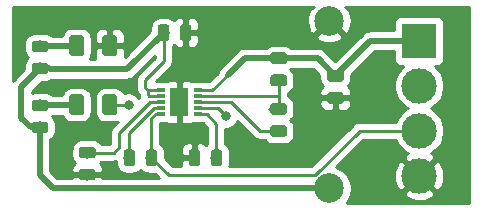
<source format=gbr>
G04 #@! TF.GenerationSoftware,KiCad,Pcbnew,(5.1.0)-1*
G04 #@! TF.CreationDate,2019-05-18T16:03:49-06:00*
G04 #@! TF.ProjectId,Tension,54656e73-696f-46e2-9e6b-696361645f70,rev?*
G04 #@! TF.SameCoordinates,Original*
G04 #@! TF.FileFunction,Copper,L1,Top*
G04 #@! TF.FilePolarity,Positive*
%FSLAX46Y46*%
G04 Gerber Fmt 4.6, Leading zero omitted, Abs format (unit mm)*
G04 Created by KiCad (PCBNEW (5.1.0)-1) date 2019-05-18 16:03:49*
%MOMM*%
%LPD*%
G04 APERTURE LIST*
%ADD10C,0.100000*%
%ADD11C,1.250000*%
%ADD12C,0.975000*%
%ADD13C,2.999740*%
%ADD14R,2.999740X2.999740*%
%ADD15R,1.550000X2.480000*%
%ADD16R,0.650000X0.300000*%
%ADD17C,2.499360*%
%ADD18C,0.800000*%
%ADD19C,0.500000*%
%ADD20C,0.250000*%
%ADD21C,0.254000*%
G04 APERTURE END LIST*
D10*
G36*
X146499504Y-67626204D02*
G01*
X146523773Y-67629804D01*
X146547571Y-67635765D01*
X146570671Y-67644030D01*
X146592849Y-67654520D01*
X146613893Y-67667133D01*
X146633598Y-67681747D01*
X146651777Y-67698223D01*
X146668253Y-67716402D01*
X146682867Y-67736107D01*
X146695480Y-67757151D01*
X146705970Y-67779329D01*
X146714235Y-67802429D01*
X146720196Y-67826227D01*
X146723796Y-67850496D01*
X146725000Y-67875000D01*
X146725000Y-69125000D01*
X146723796Y-69149504D01*
X146720196Y-69173773D01*
X146714235Y-69197571D01*
X146705970Y-69220671D01*
X146695480Y-69242849D01*
X146682867Y-69263893D01*
X146668253Y-69283598D01*
X146651777Y-69301777D01*
X146633598Y-69318253D01*
X146613893Y-69332867D01*
X146592849Y-69345480D01*
X146570671Y-69355970D01*
X146547571Y-69364235D01*
X146523773Y-69370196D01*
X146499504Y-69373796D01*
X146475000Y-69375000D01*
X145725000Y-69375000D01*
X145700496Y-69373796D01*
X145676227Y-69370196D01*
X145652429Y-69364235D01*
X145629329Y-69355970D01*
X145607151Y-69345480D01*
X145586107Y-69332867D01*
X145566402Y-69318253D01*
X145548223Y-69301777D01*
X145531747Y-69283598D01*
X145517133Y-69263893D01*
X145504520Y-69242849D01*
X145494030Y-69220671D01*
X145485765Y-69197571D01*
X145479804Y-69173773D01*
X145476204Y-69149504D01*
X145475000Y-69125000D01*
X145475000Y-67875000D01*
X145476204Y-67850496D01*
X145479804Y-67826227D01*
X145485765Y-67802429D01*
X145494030Y-67779329D01*
X145504520Y-67757151D01*
X145517133Y-67736107D01*
X145531747Y-67716402D01*
X145548223Y-67698223D01*
X145566402Y-67681747D01*
X145586107Y-67667133D01*
X145607151Y-67654520D01*
X145629329Y-67644030D01*
X145652429Y-67635765D01*
X145676227Y-67629804D01*
X145700496Y-67626204D01*
X145725000Y-67625000D01*
X146475000Y-67625000D01*
X146499504Y-67626204D01*
X146499504Y-67626204D01*
G37*
D11*
X146100000Y-68500000D03*
D10*
G36*
X149299504Y-67626204D02*
G01*
X149323773Y-67629804D01*
X149347571Y-67635765D01*
X149370671Y-67644030D01*
X149392849Y-67654520D01*
X149413893Y-67667133D01*
X149433598Y-67681747D01*
X149451777Y-67698223D01*
X149468253Y-67716402D01*
X149482867Y-67736107D01*
X149495480Y-67757151D01*
X149505970Y-67779329D01*
X149514235Y-67802429D01*
X149520196Y-67826227D01*
X149523796Y-67850496D01*
X149525000Y-67875000D01*
X149525000Y-69125000D01*
X149523796Y-69149504D01*
X149520196Y-69173773D01*
X149514235Y-69197571D01*
X149505970Y-69220671D01*
X149495480Y-69242849D01*
X149482867Y-69263893D01*
X149468253Y-69283598D01*
X149451777Y-69301777D01*
X149433598Y-69318253D01*
X149413893Y-69332867D01*
X149392849Y-69345480D01*
X149370671Y-69355970D01*
X149347571Y-69364235D01*
X149323773Y-69370196D01*
X149299504Y-69373796D01*
X149275000Y-69375000D01*
X148525000Y-69375000D01*
X148500496Y-69373796D01*
X148476227Y-69370196D01*
X148452429Y-69364235D01*
X148429329Y-69355970D01*
X148407151Y-69345480D01*
X148386107Y-69332867D01*
X148366402Y-69318253D01*
X148348223Y-69301777D01*
X148331747Y-69283598D01*
X148317133Y-69263893D01*
X148304520Y-69242849D01*
X148294030Y-69220671D01*
X148285765Y-69197571D01*
X148279804Y-69173773D01*
X148276204Y-69149504D01*
X148275000Y-69125000D01*
X148275000Y-67875000D01*
X148276204Y-67850496D01*
X148279804Y-67826227D01*
X148285765Y-67802429D01*
X148294030Y-67779329D01*
X148304520Y-67757151D01*
X148317133Y-67736107D01*
X148331747Y-67716402D01*
X148348223Y-67698223D01*
X148366402Y-67681747D01*
X148386107Y-67667133D01*
X148407151Y-67654520D01*
X148429329Y-67644030D01*
X148452429Y-67635765D01*
X148476227Y-67629804D01*
X148500496Y-67626204D01*
X148525000Y-67625000D01*
X149275000Y-67625000D01*
X149299504Y-67626204D01*
X149299504Y-67626204D01*
G37*
D11*
X148900000Y-68500000D03*
D10*
G36*
X143480142Y-63076174D02*
G01*
X143503803Y-63079684D01*
X143527007Y-63085496D01*
X143549529Y-63093554D01*
X143571153Y-63103782D01*
X143591670Y-63116079D01*
X143610883Y-63130329D01*
X143628607Y-63146393D01*
X143644671Y-63164117D01*
X143658921Y-63183330D01*
X143671218Y-63203847D01*
X143681446Y-63225471D01*
X143689504Y-63247993D01*
X143695316Y-63271197D01*
X143698826Y-63294858D01*
X143700000Y-63318750D01*
X143700000Y-63806250D01*
X143698826Y-63830142D01*
X143695316Y-63853803D01*
X143689504Y-63877007D01*
X143681446Y-63899529D01*
X143671218Y-63921153D01*
X143658921Y-63941670D01*
X143644671Y-63960883D01*
X143628607Y-63978607D01*
X143610883Y-63994671D01*
X143591670Y-64008921D01*
X143571153Y-64021218D01*
X143549529Y-64031446D01*
X143527007Y-64039504D01*
X143503803Y-64045316D01*
X143480142Y-64048826D01*
X143456250Y-64050000D01*
X142543750Y-64050000D01*
X142519858Y-64048826D01*
X142496197Y-64045316D01*
X142472993Y-64039504D01*
X142450471Y-64031446D01*
X142428847Y-64021218D01*
X142408330Y-64008921D01*
X142389117Y-63994671D01*
X142371393Y-63978607D01*
X142355329Y-63960883D01*
X142341079Y-63941670D01*
X142328782Y-63921153D01*
X142318554Y-63899529D01*
X142310496Y-63877007D01*
X142304684Y-63853803D01*
X142301174Y-63830142D01*
X142300000Y-63806250D01*
X142300000Y-63318750D01*
X142301174Y-63294858D01*
X142304684Y-63271197D01*
X142310496Y-63247993D01*
X142318554Y-63225471D01*
X142328782Y-63203847D01*
X142341079Y-63183330D01*
X142355329Y-63164117D01*
X142371393Y-63146393D01*
X142389117Y-63130329D01*
X142408330Y-63116079D01*
X142428847Y-63103782D01*
X142450471Y-63093554D01*
X142472993Y-63085496D01*
X142496197Y-63079684D01*
X142519858Y-63076174D01*
X142543750Y-63075000D01*
X143456250Y-63075000D01*
X143480142Y-63076174D01*
X143480142Y-63076174D01*
G37*
D12*
X143000000Y-63562500D03*
D10*
G36*
X143480142Y-64951174D02*
G01*
X143503803Y-64954684D01*
X143527007Y-64960496D01*
X143549529Y-64968554D01*
X143571153Y-64978782D01*
X143591670Y-64991079D01*
X143610883Y-65005329D01*
X143628607Y-65021393D01*
X143644671Y-65039117D01*
X143658921Y-65058330D01*
X143671218Y-65078847D01*
X143681446Y-65100471D01*
X143689504Y-65122993D01*
X143695316Y-65146197D01*
X143698826Y-65169858D01*
X143700000Y-65193750D01*
X143700000Y-65681250D01*
X143698826Y-65705142D01*
X143695316Y-65728803D01*
X143689504Y-65752007D01*
X143681446Y-65774529D01*
X143671218Y-65796153D01*
X143658921Y-65816670D01*
X143644671Y-65835883D01*
X143628607Y-65853607D01*
X143610883Y-65869671D01*
X143591670Y-65883921D01*
X143571153Y-65896218D01*
X143549529Y-65906446D01*
X143527007Y-65914504D01*
X143503803Y-65920316D01*
X143480142Y-65923826D01*
X143456250Y-65925000D01*
X142543750Y-65925000D01*
X142519858Y-65923826D01*
X142496197Y-65920316D01*
X142472993Y-65914504D01*
X142450471Y-65906446D01*
X142428847Y-65896218D01*
X142408330Y-65883921D01*
X142389117Y-65869671D01*
X142371393Y-65853607D01*
X142355329Y-65835883D01*
X142341079Y-65816670D01*
X142328782Y-65796153D01*
X142318554Y-65774529D01*
X142310496Y-65752007D01*
X142304684Y-65728803D01*
X142301174Y-65705142D01*
X142300000Y-65681250D01*
X142300000Y-65193750D01*
X142301174Y-65169858D01*
X142304684Y-65146197D01*
X142310496Y-65122993D01*
X142318554Y-65100471D01*
X142328782Y-65078847D01*
X142341079Y-65058330D01*
X142355329Y-65039117D01*
X142371393Y-65021393D01*
X142389117Y-65005329D01*
X142408330Y-64991079D01*
X142428847Y-64978782D01*
X142450471Y-64968554D01*
X142472993Y-64960496D01*
X142496197Y-64954684D01*
X142519858Y-64951174D01*
X142543750Y-64950000D01*
X143456250Y-64950000D01*
X143480142Y-64951174D01*
X143480142Y-64951174D01*
G37*
D12*
X143000000Y-65437500D03*
D10*
G36*
X146499504Y-62626204D02*
G01*
X146523773Y-62629804D01*
X146547571Y-62635765D01*
X146570671Y-62644030D01*
X146592849Y-62654520D01*
X146613893Y-62667133D01*
X146633598Y-62681747D01*
X146651777Y-62698223D01*
X146668253Y-62716402D01*
X146682867Y-62736107D01*
X146695480Y-62757151D01*
X146705970Y-62779329D01*
X146714235Y-62802429D01*
X146720196Y-62826227D01*
X146723796Y-62850496D01*
X146725000Y-62875000D01*
X146725000Y-64125000D01*
X146723796Y-64149504D01*
X146720196Y-64173773D01*
X146714235Y-64197571D01*
X146705970Y-64220671D01*
X146695480Y-64242849D01*
X146682867Y-64263893D01*
X146668253Y-64283598D01*
X146651777Y-64301777D01*
X146633598Y-64318253D01*
X146613893Y-64332867D01*
X146592849Y-64345480D01*
X146570671Y-64355970D01*
X146547571Y-64364235D01*
X146523773Y-64370196D01*
X146499504Y-64373796D01*
X146475000Y-64375000D01*
X145725000Y-64375000D01*
X145700496Y-64373796D01*
X145676227Y-64370196D01*
X145652429Y-64364235D01*
X145629329Y-64355970D01*
X145607151Y-64345480D01*
X145586107Y-64332867D01*
X145566402Y-64318253D01*
X145548223Y-64301777D01*
X145531747Y-64283598D01*
X145517133Y-64263893D01*
X145504520Y-64242849D01*
X145494030Y-64220671D01*
X145485765Y-64197571D01*
X145479804Y-64173773D01*
X145476204Y-64149504D01*
X145475000Y-64125000D01*
X145475000Y-62875000D01*
X145476204Y-62850496D01*
X145479804Y-62826227D01*
X145485765Y-62802429D01*
X145494030Y-62779329D01*
X145504520Y-62757151D01*
X145517133Y-62736107D01*
X145531747Y-62716402D01*
X145548223Y-62698223D01*
X145566402Y-62681747D01*
X145586107Y-62667133D01*
X145607151Y-62654520D01*
X145629329Y-62644030D01*
X145652429Y-62635765D01*
X145676227Y-62629804D01*
X145700496Y-62626204D01*
X145725000Y-62625000D01*
X146475000Y-62625000D01*
X146499504Y-62626204D01*
X146499504Y-62626204D01*
G37*
D11*
X146100000Y-63500000D03*
D10*
G36*
X149299504Y-62626204D02*
G01*
X149323773Y-62629804D01*
X149347571Y-62635765D01*
X149370671Y-62644030D01*
X149392849Y-62654520D01*
X149413893Y-62667133D01*
X149433598Y-62681747D01*
X149451777Y-62698223D01*
X149468253Y-62716402D01*
X149482867Y-62736107D01*
X149495480Y-62757151D01*
X149505970Y-62779329D01*
X149514235Y-62802429D01*
X149520196Y-62826227D01*
X149523796Y-62850496D01*
X149525000Y-62875000D01*
X149525000Y-64125000D01*
X149523796Y-64149504D01*
X149520196Y-64173773D01*
X149514235Y-64197571D01*
X149505970Y-64220671D01*
X149495480Y-64242849D01*
X149482867Y-64263893D01*
X149468253Y-64283598D01*
X149451777Y-64301777D01*
X149433598Y-64318253D01*
X149413893Y-64332867D01*
X149392849Y-64345480D01*
X149370671Y-64355970D01*
X149347571Y-64364235D01*
X149323773Y-64370196D01*
X149299504Y-64373796D01*
X149275000Y-64375000D01*
X148525000Y-64375000D01*
X148500496Y-64373796D01*
X148476227Y-64370196D01*
X148452429Y-64364235D01*
X148429329Y-64355970D01*
X148407151Y-64345480D01*
X148386107Y-64332867D01*
X148366402Y-64318253D01*
X148348223Y-64301777D01*
X148331747Y-64283598D01*
X148317133Y-64263893D01*
X148304520Y-64242849D01*
X148294030Y-64220671D01*
X148285765Y-64197571D01*
X148279804Y-64173773D01*
X148276204Y-64149504D01*
X148275000Y-64125000D01*
X148275000Y-62875000D01*
X148276204Y-62850496D01*
X148279804Y-62826227D01*
X148285765Y-62802429D01*
X148294030Y-62779329D01*
X148304520Y-62757151D01*
X148317133Y-62736107D01*
X148331747Y-62716402D01*
X148348223Y-62698223D01*
X148366402Y-62681747D01*
X148386107Y-62667133D01*
X148407151Y-62654520D01*
X148429329Y-62644030D01*
X148452429Y-62635765D01*
X148476227Y-62629804D01*
X148500496Y-62626204D01*
X148525000Y-62625000D01*
X149275000Y-62625000D01*
X149299504Y-62626204D01*
X149299504Y-62626204D01*
G37*
D11*
X148900000Y-63500000D03*
D13*
X175100000Y-74530000D03*
X175100000Y-70720000D03*
X175100000Y-66910000D03*
D14*
X175100000Y-63100000D03*
D10*
G36*
X155605142Y-61701174D02*
G01*
X155628803Y-61704684D01*
X155652007Y-61710496D01*
X155674529Y-61718554D01*
X155696153Y-61728782D01*
X155716670Y-61741079D01*
X155735883Y-61755329D01*
X155753607Y-61771393D01*
X155769671Y-61789117D01*
X155783921Y-61808330D01*
X155796218Y-61828847D01*
X155806446Y-61850471D01*
X155814504Y-61872993D01*
X155820316Y-61896197D01*
X155823826Y-61919858D01*
X155825000Y-61943750D01*
X155825000Y-62856250D01*
X155823826Y-62880142D01*
X155820316Y-62903803D01*
X155814504Y-62927007D01*
X155806446Y-62949529D01*
X155796218Y-62971153D01*
X155783921Y-62991670D01*
X155769671Y-63010883D01*
X155753607Y-63028607D01*
X155735883Y-63044671D01*
X155716670Y-63058921D01*
X155696153Y-63071218D01*
X155674529Y-63081446D01*
X155652007Y-63089504D01*
X155628803Y-63095316D01*
X155605142Y-63098826D01*
X155581250Y-63100000D01*
X155093750Y-63100000D01*
X155069858Y-63098826D01*
X155046197Y-63095316D01*
X155022993Y-63089504D01*
X155000471Y-63081446D01*
X154978847Y-63071218D01*
X154958330Y-63058921D01*
X154939117Y-63044671D01*
X154921393Y-63028607D01*
X154905329Y-63010883D01*
X154891079Y-62991670D01*
X154878782Y-62971153D01*
X154868554Y-62949529D01*
X154860496Y-62927007D01*
X154854684Y-62903803D01*
X154851174Y-62880142D01*
X154850000Y-62856250D01*
X154850000Y-61943750D01*
X154851174Y-61919858D01*
X154854684Y-61896197D01*
X154860496Y-61872993D01*
X154868554Y-61850471D01*
X154878782Y-61828847D01*
X154891079Y-61808330D01*
X154905329Y-61789117D01*
X154921393Y-61771393D01*
X154939117Y-61755329D01*
X154958330Y-61741079D01*
X154978847Y-61728782D01*
X155000471Y-61718554D01*
X155022993Y-61710496D01*
X155046197Y-61704684D01*
X155069858Y-61701174D01*
X155093750Y-61700000D01*
X155581250Y-61700000D01*
X155605142Y-61701174D01*
X155605142Y-61701174D01*
G37*
D12*
X155337500Y-62400000D03*
D10*
G36*
X153730142Y-61701174D02*
G01*
X153753803Y-61704684D01*
X153777007Y-61710496D01*
X153799529Y-61718554D01*
X153821153Y-61728782D01*
X153841670Y-61741079D01*
X153860883Y-61755329D01*
X153878607Y-61771393D01*
X153894671Y-61789117D01*
X153908921Y-61808330D01*
X153921218Y-61828847D01*
X153931446Y-61850471D01*
X153939504Y-61872993D01*
X153945316Y-61896197D01*
X153948826Y-61919858D01*
X153950000Y-61943750D01*
X153950000Y-62856250D01*
X153948826Y-62880142D01*
X153945316Y-62903803D01*
X153939504Y-62927007D01*
X153931446Y-62949529D01*
X153921218Y-62971153D01*
X153908921Y-62991670D01*
X153894671Y-63010883D01*
X153878607Y-63028607D01*
X153860883Y-63044671D01*
X153841670Y-63058921D01*
X153821153Y-63071218D01*
X153799529Y-63081446D01*
X153777007Y-63089504D01*
X153753803Y-63095316D01*
X153730142Y-63098826D01*
X153706250Y-63100000D01*
X153218750Y-63100000D01*
X153194858Y-63098826D01*
X153171197Y-63095316D01*
X153147993Y-63089504D01*
X153125471Y-63081446D01*
X153103847Y-63071218D01*
X153083330Y-63058921D01*
X153064117Y-63044671D01*
X153046393Y-63028607D01*
X153030329Y-63010883D01*
X153016079Y-62991670D01*
X153003782Y-62971153D01*
X152993554Y-62949529D01*
X152985496Y-62927007D01*
X152979684Y-62903803D01*
X152976174Y-62880142D01*
X152975000Y-62856250D01*
X152975000Y-61943750D01*
X152976174Y-61919858D01*
X152979684Y-61896197D01*
X152985496Y-61872993D01*
X152993554Y-61850471D01*
X153003782Y-61828847D01*
X153016079Y-61808330D01*
X153030329Y-61789117D01*
X153046393Y-61771393D01*
X153064117Y-61755329D01*
X153083330Y-61741079D01*
X153103847Y-61728782D01*
X153125471Y-61718554D01*
X153147993Y-61710496D01*
X153171197Y-61704684D01*
X153194858Y-61701174D01*
X153218750Y-61700000D01*
X153706250Y-61700000D01*
X153730142Y-61701174D01*
X153730142Y-61701174D01*
G37*
D12*
X153462500Y-62400000D03*
D10*
G36*
X156330142Y-72301174D02*
G01*
X156353803Y-72304684D01*
X156377007Y-72310496D01*
X156399529Y-72318554D01*
X156421153Y-72328782D01*
X156441670Y-72341079D01*
X156460883Y-72355329D01*
X156478607Y-72371393D01*
X156494671Y-72389117D01*
X156508921Y-72408330D01*
X156521218Y-72428847D01*
X156531446Y-72450471D01*
X156539504Y-72472993D01*
X156545316Y-72496197D01*
X156548826Y-72519858D01*
X156550000Y-72543750D01*
X156550000Y-73456250D01*
X156548826Y-73480142D01*
X156545316Y-73503803D01*
X156539504Y-73527007D01*
X156531446Y-73549529D01*
X156521218Y-73571153D01*
X156508921Y-73591670D01*
X156494671Y-73610883D01*
X156478607Y-73628607D01*
X156460883Y-73644671D01*
X156441670Y-73658921D01*
X156421153Y-73671218D01*
X156399529Y-73681446D01*
X156377007Y-73689504D01*
X156353803Y-73695316D01*
X156330142Y-73698826D01*
X156306250Y-73700000D01*
X155818750Y-73700000D01*
X155794858Y-73698826D01*
X155771197Y-73695316D01*
X155747993Y-73689504D01*
X155725471Y-73681446D01*
X155703847Y-73671218D01*
X155683330Y-73658921D01*
X155664117Y-73644671D01*
X155646393Y-73628607D01*
X155630329Y-73610883D01*
X155616079Y-73591670D01*
X155603782Y-73571153D01*
X155593554Y-73549529D01*
X155585496Y-73527007D01*
X155579684Y-73503803D01*
X155576174Y-73480142D01*
X155575000Y-73456250D01*
X155575000Y-72543750D01*
X155576174Y-72519858D01*
X155579684Y-72496197D01*
X155585496Y-72472993D01*
X155593554Y-72450471D01*
X155603782Y-72428847D01*
X155616079Y-72408330D01*
X155630329Y-72389117D01*
X155646393Y-72371393D01*
X155664117Y-72355329D01*
X155683330Y-72341079D01*
X155703847Y-72328782D01*
X155725471Y-72318554D01*
X155747993Y-72310496D01*
X155771197Y-72304684D01*
X155794858Y-72301174D01*
X155818750Y-72300000D01*
X156306250Y-72300000D01*
X156330142Y-72301174D01*
X156330142Y-72301174D01*
G37*
D12*
X156062500Y-73000000D03*
D10*
G36*
X158205142Y-72301174D02*
G01*
X158228803Y-72304684D01*
X158252007Y-72310496D01*
X158274529Y-72318554D01*
X158296153Y-72328782D01*
X158316670Y-72341079D01*
X158335883Y-72355329D01*
X158353607Y-72371393D01*
X158369671Y-72389117D01*
X158383921Y-72408330D01*
X158396218Y-72428847D01*
X158406446Y-72450471D01*
X158414504Y-72472993D01*
X158420316Y-72496197D01*
X158423826Y-72519858D01*
X158425000Y-72543750D01*
X158425000Y-73456250D01*
X158423826Y-73480142D01*
X158420316Y-73503803D01*
X158414504Y-73527007D01*
X158406446Y-73549529D01*
X158396218Y-73571153D01*
X158383921Y-73591670D01*
X158369671Y-73610883D01*
X158353607Y-73628607D01*
X158335883Y-73644671D01*
X158316670Y-73658921D01*
X158296153Y-73671218D01*
X158274529Y-73681446D01*
X158252007Y-73689504D01*
X158228803Y-73695316D01*
X158205142Y-73698826D01*
X158181250Y-73700000D01*
X157693750Y-73700000D01*
X157669858Y-73698826D01*
X157646197Y-73695316D01*
X157622993Y-73689504D01*
X157600471Y-73681446D01*
X157578847Y-73671218D01*
X157558330Y-73658921D01*
X157539117Y-73644671D01*
X157521393Y-73628607D01*
X157505329Y-73610883D01*
X157491079Y-73591670D01*
X157478782Y-73571153D01*
X157468554Y-73549529D01*
X157460496Y-73527007D01*
X157454684Y-73503803D01*
X157451174Y-73480142D01*
X157450000Y-73456250D01*
X157450000Y-72543750D01*
X157451174Y-72519858D01*
X157454684Y-72496197D01*
X157460496Y-72472993D01*
X157468554Y-72450471D01*
X157478782Y-72428847D01*
X157491079Y-72408330D01*
X157505329Y-72389117D01*
X157521393Y-72371393D01*
X157539117Y-72355329D01*
X157558330Y-72341079D01*
X157578847Y-72328782D01*
X157600471Y-72318554D01*
X157622993Y-72310496D01*
X157646197Y-72304684D01*
X157669858Y-72301174D01*
X157693750Y-72300000D01*
X158181250Y-72300000D01*
X158205142Y-72301174D01*
X158205142Y-72301174D01*
G37*
D12*
X157937500Y-73000000D03*
D10*
G36*
X143480142Y-68076174D02*
G01*
X143503803Y-68079684D01*
X143527007Y-68085496D01*
X143549529Y-68093554D01*
X143571153Y-68103782D01*
X143591670Y-68116079D01*
X143610883Y-68130329D01*
X143628607Y-68146393D01*
X143644671Y-68164117D01*
X143658921Y-68183330D01*
X143671218Y-68203847D01*
X143681446Y-68225471D01*
X143689504Y-68247993D01*
X143695316Y-68271197D01*
X143698826Y-68294858D01*
X143700000Y-68318750D01*
X143700000Y-68806250D01*
X143698826Y-68830142D01*
X143695316Y-68853803D01*
X143689504Y-68877007D01*
X143681446Y-68899529D01*
X143671218Y-68921153D01*
X143658921Y-68941670D01*
X143644671Y-68960883D01*
X143628607Y-68978607D01*
X143610883Y-68994671D01*
X143591670Y-69008921D01*
X143571153Y-69021218D01*
X143549529Y-69031446D01*
X143527007Y-69039504D01*
X143503803Y-69045316D01*
X143480142Y-69048826D01*
X143456250Y-69050000D01*
X142543750Y-69050000D01*
X142519858Y-69048826D01*
X142496197Y-69045316D01*
X142472993Y-69039504D01*
X142450471Y-69031446D01*
X142428847Y-69021218D01*
X142408330Y-69008921D01*
X142389117Y-68994671D01*
X142371393Y-68978607D01*
X142355329Y-68960883D01*
X142341079Y-68941670D01*
X142328782Y-68921153D01*
X142318554Y-68899529D01*
X142310496Y-68877007D01*
X142304684Y-68853803D01*
X142301174Y-68830142D01*
X142300000Y-68806250D01*
X142300000Y-68318750D01*
X142301174Y-68294858D01*
X142304684Y-68271197D01*
X142310496Y-68247993D01*
X142318554Y-68225471D01*
X142328782Y-68203847D01*
X142341079Y-68183330D01*
X142355329Y-68164117D01*
X142371393Y-68146393D01*
X142389117Y-68130329D01*
X142408330Y-68116079D01*
X142428847Y-68103782D01*
X142450471Y-68093554D01*
X142472993Y-68085496D01*
X142496197Y-68079684D01*
X142519858Y-68076174D01*
X142543750Y-68075000D01*
X143456250Y-68075000D01*
X143480142Y-68076174D01*
X143480142Y-68076174D01*
G37*
D12*
X143000000Y-68562500D03*
D10*
G36*
X143480142Y-69951174D02*
G01*
X143503803Y-69954684D01*
X143527007Y-69960496D01*
X143549529Y-69968554D01*
X143571153Y-69978782D01*
X143591670Y-69991079D01*
X143610883Y-70005329D01*
X143628607Y-70021393D01*
X143644671Y-70039117D01*
X143658921Y-70058330D01*
X143671218Y-70078847D01*
X143681446Y-70100471D01*
X143689504Y-70122993D01*
X143695316Y-70146197D01*
X143698826Y-70169858D01*
X143700000Y-70193750D01*
X143700000Y-70681250D01*
X143698826Y-70705142D01*
X143695316Y-70728803D01*
X143689504Y-70752007D01*
X143681446Y-70774529D01*
X143671218Y-70796153D01*
X143658921Y-70816670D01*
X143644671Y-70835883D01*
X143628607Y-70853607D01*
X143610883Y-70869671D01*
X143591670Y-70883921D01*
X143571153Y-70896218D01*
X143549529Y-70906446D01*
X143527007Y-70914504D01*
X143503803Y-70920316D01*
X143480142Y-70923826D01*
X143456250Y-70925000D01*
X142543750Y-70925000D01*
X142519858Y-70923826D01*
X142496197Y-70920316D01*
X142472993Y-70914504D01*
X142450471Y-70906446D01*
X142428847Y-70896218D01*
X142408330Y-70883921D01*
X142389117Y-70869671D01*
X142371393Y-70853607D01*
X142355329Y-70835883D01*
X142341079Y-70816670D01*
X142328782Y-70796153D01*
X142318554Y-70774529D01*
X142310496Y-70752007D01*
X142304684Y-70728803D01*
X142301174Y-70705142D01*
X142300000Y-70681250D01*
X142300000Y-70193750D01*
X142301174Y-70169858D01*
X142304684Y-70146197D01*
X142310496Y-70122993D01*
X142318554Y-70100471D01*
X142328782Y-70078847D01*
X142341079Y-70058330D01*
X142355329Y-70039117D01*
X142371393Y-70021393D01*
X142389117Y-70005329D01*
X142408330Y-69991079D01*
X142428847Y-69978782D01*
X142450471Y-69968554D01*
X142472993Y-69960496D01*
X142496197Y-69954684D01*
X142519858Y-69951174D01*
X142543750Y-69950000D01*
X143456250Y-69950000D01*
X143480142Y-69951174D01*
X143480142Y-69951174D01*
G37*
D12*
X143000000Y-70437500D03*
D10*
G36*
X147480142Y-73951174D02*
G01*
X147503803Y-73954684D01*
X147527007Y-73960496D01*
X147549529Y-73968554D01*
X147571153Y-73978782D01*
X147591670Y-73991079D01*
X147610883Y-74005329D01*
X147628607Y-74021393D01*
X147644671Y-74039117D01*
X147658921Y-74058330D01*
X147671218Y-74078847D01*
X147681446Y-74100471D01*
X147689504Y-74122993D01*
X147695316Y-74146197D01*
X147698826Y-74169858D01*
X147700000Y-74193750D01*
X147700000Y-74681250D01*
X147698826Y-74705142D01*
X147695316Y-74728803D01*
X147689504Y-74752007D01*
X147681446Y-74774529D01*
X147671218Y-74796153D01*
X147658921Y-74816670D01*
X147644671Y-74835883D01*
X147628607Y-74853607D01*
X147610883Y-74869671D01*
X147591670Y-74883921D01*
X147571153Y-74896218D01*
X147549529Y-74906446D01*
X147527007Y-74914504D01*
X147503803Y-74920316D01*
X147480142Y-74923826D01*
X147456250Y-74925000D01*
X146543750Y-74925000D01*
X146519858Y-74923826D01*
X146496197Y-74920316D01*
X146472993Y-74914504D01*
X146450471Y-74906446D01*
X146428847Y-74896218D01*
X146408330Y-74883921D01*
X146389117Y-74869671D01*
X146371393Y-74853607D01*
X146355329Y-74835883D01*
X146341079Y-74816670D01*
X146328782Y-74796153D01*
X146318554Y-74774529D01*
X146310496Y-74752007D01*
X146304684Y-74728803D01*
X146301174Y-74705142D01*
X146300000Y-74681250D01*
X146300000Y-74193750D01*
X146301174Y-74169858D01*
X146304684Y-74146197D01*
X146310496Y-74122993D01*
X146318554Y-74100471D01*
X146328782Y-74078847D01*
X146341079Y-74058330D01*
X146355329Y-74039117D01*
X146371393Y-74021393D01*
X146389117Y-74005329D01*
X146408330Y-73991079D01*
X146428847Y-73978782D01*
X146450471Y-73968554D01*
X146472993Y-73960496D01*
X146496197Y-73954684D01*
X146519858Y-73951174D01*
X146543750Y-73950000D01*
X147456250Y-73950000D01*
X147480142Y-73951174D01*
X147480142Y-73951174D01*
G37*
D12*
X147000000Y-74437500D03*
D10*
G36*
X147480142Y-72076174D02*
G01*
X147503803Y-72079684D01*
X147527007Y-72085496D01*
X147549529Y-72093554D01*
X147571153Y-72103782D01*
X147591670Y-72116079D01*
X147610883Y-72130329D01*
X147628607Y-72146393D01*
X147644671Y-72164117D01*
X147658921Y-72183330D01*
X147671218Y-72203847D01*
X147681446Y-72225471D01*
X147689504Y-72247993D01*
X147695316Y-72271197D01*
X147698826Y-72294858D01*
X147700000Y-72318750D01*
X147700000Y-72806250D01*
X147698826Y-72830142D01*
X147695316Y-72853803D01*
X147689504Y-72877007D01*
X147681446Y-72899529D01*
X147671218Y-72921153D01*
X147658921Y-72941670D01*
X147644671Y-72960883D01*
X147628607Y-72978607D01*
X147610883Y-72994671D01*
X147591670Y-73008921D01*
X147571153Y-73021218D01*
X147549529Y-73031446D01*
X147527007Y-73039504D01*
X147503803Y-73045316D01*
X147480142Y-73048826D01*
X147456250Y-73050000D01*
X146543750Y-73050000D01*
X146519858Y-73048826D01*
X146496197Y-73045316D01*
X146472993Y-73039504D01*
X146450471Y-73031446D01*
X146428847Y-73021218D01*
X146408330Y-73008921D01*
X146389117Y-72994671D01*
X146371393Y-72978607D01*
X146355329Y-72960883D01*
X146341079Y-72941670D01*
X146328782Y-72921153D01*
X146318554Y-72899529D01*
X146310496Y-72877007D01*
X146304684Y-72853803D01*
X146301174Y-72830142D01*
X146300000Y-72806250D01*
X146300000Y-72318750D01*
X146301174Y-72294858D01*
X146304684Y-72271197D01*
X146310496Y-72247993D01*
X146318554Y-72225471D01*
X146328782Y-72203847D01*
X146341079Y-72183330D01*
X146355329Y-72164117D01*
X146371393Y-72146393D01*
X146389117Y-72130329D01*
X146408330Y-72116079D01*
X146428847Y-72103782D01*
X146450471Y-72093554D01*
X146472993Y-72085496D01*
X146496197Y-72079684D01*
X146519858Y-72076174D01*
X146543750Y-72075000D01*
X147456250Y-72075000D01*
X147480142Y-72076174D01*
X147480142Y-72076174D01*
G37*
D12*
X147000000Y-72562500D03*
D10*
G36*
X163680142Y-65951174D02*
G01*
X163703803Y-65954684D01*
X163727007Y-65960496D01*
X163749529Y-65968554D01*
X163771153Y-65978782D01*
X163791670Y-65991079D01*
X163810883Y-66005329D01*
X163828607Y-66021393D01*
X163844671Y-66039117D01*
X163858921Y-66058330D01*
X163871218Y-66078847D01*
X163881446Y-66100471D01*
X163889504Y-66122993D01*
X163895316Y-66146197D01*
X163898826Y-66169858D01*
X163900000Y-66193750D01*
X163900000Y-66681250D01*
X163898826Y-66705142D01*
X163895316Y-66728803D01*
X163889504Y-66752007D01*
X163881446Y-66774529D01*
X163871218Y-66796153D01*
X163858921Y-66816670D01*
X163844671Y-66835883D01*
X163828607Y-66853607D01*
X163810883Y-66869671D01*
X163791670Y-66883921D01*
X163771153Y-66896218D01*
X163749529Y-66906446D01*
X163727007Y-66914504D01*
X163703803Y-66920316D01*
X163680142Y-66923826D01*
X163656250Y-66925000D01*
X162743750Y-66925000D01*
X162719858Y-66923826D01*
X162696197Y-66920316D01*
X162672993Y-66914504D01*
X162650471Y-66906446D01*
X162628847Y-66896218D01*
X162608330Y-66883921D01*
X162589117Y-66869671D01*
X162571393Y-66853607D01*
X162555329Y-66835883D01*
X162541079Y-66816670D01*
X162528782Y-66796153D01*
X162518554Y-66774529D01*
X162510496Y-66752007D01*
X162504684Y-66728803D01*
X162501174Y-66705142D01*
X162500000Y-66681250D01*
X162500000Y-66193750D01*
X162501174Y-66169858D01*
X162504684Y-66146197D01*
X162510496Y-66122993D01*
X162518554Y-66100471D01*
X162528782Y-66078847D01*
X162541079Y-66058330D01*
X162555329Y-66039117D01*
X162571393Y-66021393D01*
X162589117Y-66005329D01*
X162608330Y-65991079D01*
X162628847Y-65978782D01*
X162650471Y-65968554D01*
X162672993Y-65960496D01*
X162696197Y-65954684D01*
X162719858Y-65951174D01*
X162743750Y-65950000D01*
X163656250Y-65950000D01*
X163680142Y-65951174D01*
X163680142Y-65951174D01*
G37*
D12*
X163200000Y-66437500D03*
D10*
G36*
X163680142Y-64076174D02*
G01*
X163703803Y-64079684D01*
X163727007Y-64085496D01*
X163749529Y-64093554D01*
X163771153Y-64103782D01*
X163791670Y-64116079D01*
X163810883Y-64130329D01*
X163828607Y-64146393D01*
X163844671Y-64164117D01*
X163858921Y-64183330D01*
X163871218Y-64203847D01*
X163881446Y-64225471D01*
X163889504Y-64247993D01*
X163895316Y-64271197D01*
X163898826Y-64294858D01*
X163900000Y-64318750D01*
X163900000Y-64806250D01*
X163898826Y-64830142D01*
X163895316Y-64853803D01*
X163889504Y-64877007D01*
X163881446Y-64899529D01*
X163871218Y-64921153D01*
X163858921Y-64941670D01*
X163844671Y-64960883D01*
X163828607Y-64978607D01*
X163810883Y-64994671D01*
X163791670Y-65008921D01*
X163771153Y-65021218D01*
X163749529Y-65031446D01*
X163727007Y-65039504D01*
X163703803Y-65045316D01*
X163680142Y-65048826D01*
X163656250Y-65050000D01*
X162743750Y-65050000D01*
X162719858Y-65048826D01*
X162696197Y-65045316D01*
X162672993Y-65039504D01*
X162650471Y-65031446D01*
X162628847Y-65021218D01*
X162608330Y-65008921D01*
X162589117Y-64994671D01*
X162571393Y-64978607D01*
X162555329Y-64960883D01*
X162541079Y-64941670D01*
X162528782Y-64921153D01*
X162518554Y-64899529D01*
X162510496Y-64877007D01*
X162504684Y-64853803D01*
X162501174Y-64830142D01*
X162500000Y-64806250D01*
X162500000Y-64318750D01*
X162501174Y-64294858D01*
X162504684Y-64271197D01*
X162510496Y-64247993D01*
X162518554Y-64225471D01*
X162528782Y-64203847D01*
X162541079Y-64183330D01*
X162555329Y-64164117D01*
X162571393Y-64146393D01*
X162589117Y-64130329D01*
X162608330Y-64116079D01*
X162628847Y-64103782D01*
X162650471Y-64093554D01*
X162672993Y-64085496D01*
X162696197Y-64079684D01*
X162719858Y-64076174D01*
X162743750Y-64075000D01*
X163656250Y-64075000D01*
X163680142Y-64076174D01*
X163680142Y-64076174D01*
G37*
D12*
X163200000Y-64562500D03*
D10*
G36*
X163680142Y-70251174D02*
G01*
X163703803Y-70254684D01*
X163727007Y-70260496D01*
X163749529Y-70268554D01*
X163771153Y-70278782D01*
X163791670Y-70291079D01*
X163810883Y-70305329D01*
X163828607Y-70321393D01*
X163844671Y-70339117D01*
X163858921Y-70358330D01*
X163871218Y-70378847D01*
X163881446Y-70400471D01*
X163889504Y-70422993D01*
X163895316Y-70446197D01*
X163898826Y-70469858D01*
X163900000Y-70493750D01*
X163900000Y-70981250D01*
X163898826Y-71005142D01*
X163895316Y-71028803D01*
X163889504Y-71052007D01*
X163881446Y-71074529D01*
X163871218Y-71096153D01*
X163858921Y-71116670D01*
X163844671Y-71135883D01*
X163828607Y-71153607D01*
X163810883Y-71169671D01*
X163791670Y-71183921D01*
X163771153Y-71196218D01*
X163749529Y-71206446D01*
X163727007Y-71214504D01*
X163703803Y-71220316D01*
X163680142Y-71223826D01*
X163656250Y-71225000D01*
X162743750Y-71225000D01*
X162719858Y-71223826D01*
X162696197Y-71220316D01*
X162672993Y-71214504D01*
X162650471Y-71206446D01*
X162628847Y-71196218D01*
X162608330Y-71183921D01*
X162589117Y-71169671D01*
X162571393Y-71153607D01*
X162555329Y-71135883D01*
X162541079Y-71116670D01*
X162528782Y-71096153D01*
X162518554Y-71074529D01*
X162510496Y-71052007D01*
X162504684Y-71028803D01*
X162501174Y-71005142D01*
X162500000Y-70981250D01*
X162500000Y-70493750D01*
X162501174Y-70469858D01*
X162504684Y-70446197D01*
X162510496Y-70422993D01*
X162518554Y-70400471D01*
X162528782Y-70378847D01*
X162541079Y-70358330D01*
X162555329Y-70339117D01*
X162571393Y-70321393D01*
X162589117Y-70305329D01*
X162608330Y-70291079D01*
X162628847Y-70278782D01*
X162650471Y-70268554D01*
X162672993Y-70260496D01*
X162696197Y-70254684D01*
X162719858Y-70251174D01*
X162743750Y-70250000D01*
X163656250Y-70250000D01*
X163680142Y-70251174D01*
X163680142Y-70251174D01*
G37*
D12*
X163200000Y-70737500D03*
D10*
G36*
X163680142Y-68376174D02*
G01*
X163703803Y-68379684D01*
X163727007Y-68385496D01*
X163749529Y-68393554D01*
X163771153Y-68403782D01*
X163791670Y-68416079D01*
X163810883Y-68430329D01*
X163828607Y-68446393D01*
X163844671Y-68464117D01*
X163858921Y-68483330D01*
X163871218Y-68503847D01*
X163881446Y-68525471D01*
X163889504Y-68547993D01*
X163895316Y-68571197D01*
X163898826Y-68594858D01*
X163900000Y-68618750D01*
X163900000Y-69106250D01*
X163898826Y-69130142D01*
X163895316Y-69153803D01*
X163889504Y-69177007D01*
X163881446Y-69199529D01*
X163871218Y-69221153D01*
X163858921Y-69241670D01*
X163844671Y-69260883D01*
X163828607Y-69278607D01*
X163810883Y-69294671D01*
X163791670Y-69308921D01*
X163771153Y-69321218D01*
X163749529Y-69331446D01*
X163727007Y-69339504D01*
X163703803Y-69345316D01*
X163680142Y-69348826D01*
X163656250Y-69350000D01*
X162743750Y-69350000D01*
X162719858Y-69348826D01*
X162696197Y-69345316D01*
X162672993Y-69339504D01*
X162650471Y-69331446D01*
X162628847Y-69321218D01*
X162608330Y-69308921D01*
X162589117Y-69294671D01*
X162571393Y-69278607D01*
X162555329Y-69260883D01*
X162541079Y-69241670D01*
X162528782Y-69221153D01*
X162518554Y-69199529D01*
X162510496Y-69177007D01*
X162504684Y-69153803D01*
X162501174Y-69130142D01*
X162500000Y-69106250D01*
X162500000Y-68618750D01*
X162501174Y-68594858D01*
X162504684Y-68571197D01*
X162510496Y-68547993D01*
X162518554Y-68525471D01*
X162528782Y-68503847D01*
X162541079Y-68483330D01*
X162555329Y-68464117D01*
X162571393Y-68446393D01*
X162589117Y-68430329D01*
X162608330Y-68416079D01*
X162628847Y-68403782D01*
X162650471Y-68393554D01*
X162672993Y-68385496D01*
X162696197Y-68379684D01*
X162719858Y-68376174D01*
X162743750Y-68375000D01*
X163656250Y-68375000D01*
X163680142Y-68376174D01*
X163680142Y-68376174D01*
G37*
D12*
X163200000Y-68862500D03*
D10*
G36*
X150830142Y-72301174D02*
G01*
X150853803Y-72304684D01*
X150877007Y-72310496D01*
X150899529Y-72318554D01*
X150921153Y-72328782D01*
X150941670Y-72341079D01*
X150960883Y-72355329D01*
X150978607Y-72371393D01*
X150994671Y-72389117D01*
X151008921Y-72408330D01*
X151021218Y-72428847D01*
X151031446Y-72450471D01*
X151039504Y-72472993D01*
X151045316Y-72496197D01*
X151048826Y-72519858D01*
X151050000Y-72543750D01*
X151050000Y-73456250D01*
X151048826Y-73480142D01*
X151045316Y-73503803D01*
X151039504Y-73527007D01*
X151031446Y-73549529D01*
X151021218Y-73571153D01*
X151008921Y-73591670D01*
X150994671Y-73610883D01*
X150978607Y-73628607D01*
X150960883Y-73644671D01*
X150941670Y-73658921D01*
X150921153Y-73671218D01*
X150899529Y-73681446D01*
X150877007Y-73689504D01*
X150853803Y-73695316D01*
X150830142Y-73698826D01*
X150806250Y-73700000D01*
X150318750Y-73700000D01*
X150294858Y-73698826D01*
X150271197Y-73695316D01*
X150247993Y-73689504D01*
X150225471Y-73681446D01*
X150203847Y-73671218D01*
X150183330Y-73658921D01*
X150164117Y-73644671D01*
X150146393Y-73628607D01*
X150130329Y-73610883D01*
X150116079Y-73591670D01*
X150103782Y-73571153D01*
X150093554Y-73549529D01*
X150085496Y-73527007D01*
X150079684Y-73503803D01*
X150076174Y-73480142D01*
X150075000Y-73456250D01*
X150075000Y-72543750D01*
X150076174Y-72519858D01*
X150079684Y-72496197D01*
X150085496Y-72472993D01*
X150093554Y-72450471D01*
X150103782Y-72428847D01*
X150116079Y-72408330D01*
X150130329Y-72389117D01*
X150146393Y-72371393D01*
X150164117Y-72355329D01*
X150183330Y-72341079D01*
X150203847Y-72328782D01*
X150225471Y-72318554D01*
X150247993Y-72310496D01*
X150271197Y-72304684D01*
X150294858Y-72301174D01*
X150318750Y-72300000D01*
X150806250Y-72300000D01*
X150830142Y-72301174D01*
X150830142Y-72301174D01*
G37*
D12*
X150562500Y-73000000D03*
D10*
G36*
X152705142Y-72301174D02*
G01*
X152728803Y-72304684D01*
X152752007Y-72310496D01*
X152774529Y-72318554D01*
X152796153Y-72328782D01*
X152816670Y-72341079D01*
X152835883Y-72355329D01*
X152853607Y-72371393D01*
X152869671Y-72389117D01*
X152883921Y-72408330D01*
X152896218Y-72428847D01*
X152906446Y-72450471D01*
X152914504Y-72472993D01*
X152920316Y-72496197D01*
X152923826Y-72519858D01*
X152925000Y-72543750D01*
X152925000Y-73456250D01*
X152923826Y-73480142D01*
X152920316Y-73503803D01*
X152914504Y-73527007D01*
X152906446Y-73549529D01*
X152896218Y-73571153D01*
X152883921Y-73591670D01*
X152869671Y-73610883D01*
X152853607Y-73628607D01*
X152835883Y-73644671D01*
X152816670Y-73658921D01*
X152796153Y-73671218D01*
X152774529Y-73681446D01*
X152752007Y-73689504D01*
X152728803Y-73695316D01*
X152705142Y-73698826D01*
X152681250Y-73700000D01*
X152193750Y-73700000D01*
X152169858Y-73698826D01*
X152146197Y-73695316D01*
X152122993Y-73689504D01*
X152100471Y-73681446D01*
X152078847Y-73671218D01*
X152058330Y-73658921D01*
X152039117Y-73644671D01*
X152021393Y-73628607D01*
X152005329Y-73610883D01*
X151991079Y-73591670D01*
X151978782Y-73571153D01*
X151968554Y-73549529D01*
X151960496Y-73527007D01*
X151954684Y-73503803D01*
X151951174Y-73480142D01*
X151950000Y-73456250D01*
X151950000Y-72543750D01*
X151951174Y-72519858D01*
X151954684Y-72496197D01*
X151960496Y-72472993D01*
X151968554Y-72450471D01*
X151978782Y-72428847D01*
X151991079Y-72408330D01*
X152005329Y-72389117D01*
X152021393Y-72371393D01*
X152039117Y-72355329D01*
X152058330Y-72341079D01*
X152078847Y-72328782D01*
X152100471Y-72318554D01*
X152122993Y-72310496D01*
X152146197Y-72304684D01*
X152169858Y-72301174D01*
X152193750Y-72300000D01*
X152681250Y-72300000D01*
X152705142Y-72301174D01*
X152705142Y-72301174D01*
G37*
D12*
X152437500Y-73000000D03*
D15*
X154800000Y-68300000D03*
D16*
X156350000Y-67300000D03*
X156350000Y-67800000D03*
X156350000Y-68300000D03*
X156350000Y-68800000D03*
X156350000Y-69300000D03*
X153250000Y-69300000D03*
X153250000Y-68800000D03*
X153250000Y-68300000D03*
X153250000Y-67800000D03*
X153250000Y-67300000D03*
D17*
X167500000Y-75600000D03*
X167500000Y-61400000D03*
D10*
G36*
X168480142Y-67451174D02*
G01*
X168503803Y-67454684D01*
X168527007Y-67460496D01*
X168549529Y-67468554D01*
X168571153Y-67478782D01*
X168591670Y-67491079D01*
X168610883Y-67505329D01*
X168628607Y-67521393D01*
X168644671Y-67539117D01*
X168658921Y-67558330D01*
X168671218Y-67578847D01*
X168681446Y-67600471D01*
X168689504Y-67622993D01*
X168695316Y-67646197D01*
X168698826Y-67669858D01*
X168700000Y-67693750D01*
X168700000Y-68181250D01*
X168698826Y-68205142D01*
X168695316Y-68228803D01*
X168689504Y-68252007D01*
X168681446Y-68274529D01*
X168671218Y-68296153D01*
X168658921Y-68316670D01*
X168644671Y-68335883D01*
X168628607Y-68353607D01*
X168610883Y-68369671D01*
X168591670Y-68383921D01*
X168571153Y-68396218D01*
X168549529Y-68406446D01*
X168527007Y-68414504D01*
X168503803Y-68420316D01*
X168480142Y-68423826D01*
X168456250Y-68425000D01*
X167543750Y-68425000D01*
X167519858Y-68423826D01*
X167496197Y-68420316D01*
X167472993Y-68414504D01*
X167450471Y-68406446D01*
X167428847Y-68396218D01*
X167408330Y-68383921D01*
X167389117Y-68369671D01*
X167371393Y-68353607D01*
X167355329Y-68335883D01*
X167341079Y-68316670D01*
X167328782Y-68296153D01*
X167318554Y-68274529D01*
X167310496Y-68252007D01*
X167304684Y-68228803D01*
X167301174Y-68205142D01*
X167300000Y-68181250D01*
X167300000Y-67693750D01*
X167301174Y-67669858D01*
X167304684Y-67646197D01*
X167310496Y-67622993D01*
X167318554Y-67600471D01*
X167328782Y-67578847D01*
X167341079Y-67558330D01*
X167355329Y-67539117D01*
X167371393Y-67521393D01*
X167389117Y-67505329D01*
X167408330Y-67491079D01*
X167428847Y-67478782D01*
X167450471Y-67468554D01*
X167472993Y-67460496D01*
X167496197Y-67454684D01*
X167519858Y-67451174D01*
X167543750Y-67450000D01*
X168456250Y-67450000D01*
X168480142Y-67451174D01*
X168480142Y-67451174D01*
G37*
D12*
X168000000Y-67937500D03*
D10*
G36*
X168480142Y-65576174D02*
G01*
X168503803Y-65579684D01*
X168527007Y-65585496D01*
X168549529Y-65593554D01*
X168571153Y-65603782D01*
X168591670Y-65616079D01*
X168610883Y-65630329D01*
X168628607Y-65646393D01*
X168644671Y-65664117D01*
X168658921Y-65683330D01*
X168671218Y-65703847D01*
X168681446Y-65725471D01*
X168689504Y-65747993D01*
X168695316Y-65771197D01*
X168698826Y-65794858D01*
X168700000Y-65818750D01*
X168700000Y-66306250D01*
X168698826Y-66330142D01*
X168695316Y-66353803D01*
X168689504Y-66377007D01*
X168681446Y-66399529D01*
X168671218Y-66421153D01*
X168658921Y-66441670D01*
X168644671Y-66460883D01*
X168628607Y-66478607D01*
X168610883Y-66494671D01*
X168591670Y-66508921D01*
X168571153Y-66521218D01*
X168549529Y-66531446D01*
X168527007Y-66539504D01*
X168503803Y-66545316D01*
X168480142Y-66548826D01*
X168456250Y-66550000D01*
X167543750Y-66550000D01*
X167519858Y-66548826D01*
X167496197Y-66545316D01*
X167472993Y-66539504D01*
X167450471Y-66531446D01*
X167428847Y-66521218D01*
X167408330Y-66508921D01*
X167389117Y-66494671D01*
X167371393Y-66478607D01*
X167355329Y-66460883D01*
X167341079Y-66441670D01*
X167328782Y-66421153D01*
X167318554Y-66399529D01*
X167310496Y-66377007D01*
X167304684Y-66353803D01*
X167301174Y-66330142D01*
X167300000Y-66306250D01*
X167300000Y-65818750D01*
X167301174Y-65794858D01*
X167304684Y-65771197D01*
X167310496Y-65747993D01*
X167318554Y-65725471D01*
X167328782Y-65703847D01*
X167341079Y-65683330D01*
X167355329Y-65664117D01*
X167371393Y-65646393D01*
X167389117Y-65630329D01*
X167408330Y-65616079D01*
X167428847Y-65603782D01*
X167450471Y-65593554D01*
X167472993Y-65585496D01*
X167496197Y-65579684D01*
X167519858Y-65576174D01*
X167543750Y-65575000D01*
X168456250Y-65575000D01*
X168480142Y-65576174D01*
X168480142Y-65576174D01*
G37*
D12*
X168000000Y-66062500D03*
D18*
X158750000Y-69500000D03*
X150500000Y-68500000D03*
X157000000Y-62500000D03*
X154250000Y-73000000D03*
X148750000Y-74500000D03*
X150250000Y-63500000D03*
X155000000Y-70500000D03*
X154750000Y-66250000D03*
X171500000Y-65750000D03*
X171500000Y-68250000D03*
X160000000Y-71500000D03*
X165250000Y-68000000D03*
X165750000Y-71000000D03*
X147500000Y-70750000D03*
X143000000Y-61000000D03*
X150750000Y-60750000D03*
D19*
X146037500Y-68562500D02*
X146100000Y-68500000D01*
X143000000Y-68562500D02*
X146037500Y-68562500D01*
D20*
X161637500Y-70737500D02*
X163200000Y-70737500D01*
X159200000Y-68300000D02*
X161637500Y-70737500D01*
X156350000Y-68300000D02*
X159200000Y-68300000D01*
X150562500Y-72200000D02*
X150562500Y-73000000D01*
X150562500Y-70901090D02*
X150562500Y-72200000D01*
X152663590Y-68800000D02*
X150562500Y-70901090D01*
X153250000Y-68800000D02*
X152663590Y-68800000D01*
D19*
X163200000Y-64562500D02*
X160337500Y-64562500D01*
D20*
X156925000Y-67300000D02*
X156350000Y-67300000D01*
X157600000Y-67300000D02*
X156925000Y-67300000D01*
X157600000Y-67300000D02*
X158900000Y-66000000D01*
D19*
X158900000Y-66000000D02*
X160337500Y-64562500D01*
X166500000Y-64562500D02*
X168000000Y-66062500D01*
X163200000Y-64562500D02*
X166500000Y-64562500D01*
X170962500Y-63100000D02*
X175100000Y-63100000D01*
X168000000Y-66062500D02*
X170962500Y-63100000D01*
X146037500Y-63562500D02*
X146100000Y-63500000D01*
X143000000Y-63562500D02*
X146037500Y-63562500D01*
X167500000Y-75600000D02*
X144100000Y-75600000D01*
X143000000Y-71025000D02*
X143000000Y-70437500D01*
X143000000Y-74500000D02*
X143000000Y-71025000D01*
X144100000Y-75600000D02*
X143000000Y-74500000D01*
X142200000Y-70437500D02*
X141400000Y-69637500D01*
X143000000Y-70437500D02*
X142200000Y-70437500D01*
X141400000Y-67037500D02*
X143000000Y-65437500D01*
X141400000Y-69637500D02*
X141400000Y-67037500D01*
X143800000Y-65437500D02*
X143862500Y-65500000D01*
X143000000Y-65437500D02*
X143800000Y-65437500D01*
X150362500Y-65500000D02*
X153462500Y-62400000D01*
X143862500Y-65500000D02*
X150362500Y-65500000D01*
D20*
X153250000Y-67300000D02*
X152100000Y-67300000D01*
X152100000Y-67300000D02*
X151900000Y-67100000D01*
X152100000Y-67700000D02*
X152100000Y-67300000D01*
X153250000Y-67800000D02*
X152200000Y-67800000D01*
X152200000Y-67800000D02*
X152100000Y-67700000D01*
X153462500Y-62400000D02*
X153462500Y-64837500D01*
X151900000Y-66400000D02*
X151900000Y-67100000D01*
X153462500Y-64837500D02*
X151900000Y-66400000D01*
X152437500Y-69662500D02*
X152437500Y-73000000D01*
X153250000Y-69300000D02*
X152800000Y-69300000D01*
X152800000Y-69300000D02*
X152437500Y-69662500D01*
X170049471Y-70720000D02*
X166269471Y-74500000D01*
X175100000Y-70720000D02*
X170049471Y-70720000D01*
X153937500Y-74500000D02*
X152437500Y-73000000D01*
X166269471Y-74500000D02*
X153937500Y-74500000D01*
X162400000Y-68862500D02*
X163200000Y-68862500D01*
X156350000Y-67800000D02*
X157286814Y-67800000D01*
X157736410Y-67800000D02*
X163200000Y-67800000D01*
X156350000Y-67800000D02*
X157736410Y-67800000D01*
X163200000Y-66437500D02*
X163200000Y-67800000D01*
X163200000Y-67800000D02*
X163200000Y-68862500D01*
X157937500Y-70137500D02*
X157937500Y-73000000D01*
X156350000Y-69300000D02*
X157100000Y-69300000D01*
X157100000Y-69300000D02*
X157937500Y-70137500D01*
X158050000Y-68800000D02*
X158750000Y-69500000D01*
X156350000Y-68800000D02*
X158050000Y-68800000D01*
X148900000Y-68500000D02*
X150500000Y-68500000D01*
X148264680Y-72562500D02*
X147000000Y-72562500D01*
X149237500Y-72562500D02*
X148264680Y-72562500D01*
X149700000Y-72100000D02*
X149237500Y-72562500D01*
X149700000Y-70900000D02*
X149700000Y-72100000D01*
X152300000Y-68300000D02*
X149700000Y-70900000D01*
X153250000Y-68300000D02*
X152300000Y-68300000D01*
D21*
G36*
X166186622Y-60266230D02*
G01*
X165896685Y-60392104D01*
X165730861Y-60724262D01*
X165633025Y-61082387D01*
X165606935Y-61452719D01*
X165653595Y-61821025D01*
X165771211Y-62173151D01*
X165896685Y-62407896D01*
X166186623Y-62533771D01*
X167320395Y-61400000D01*
X167306252Y-61385858D01*
X167485858Y-61206252D01*
X167500000Y-61220395D01*
X167514142Y-61206252D01*
X167693748Y-61385858D01*
X167679605Y-61400000D01*
X168813377Y-62533771D01*
X169103315Y-62407896D01*
X169269139Y-62075738D01*
X169366975Y-61717613D01*
X169393065Y-61347281D01*
X169346405Y-60978975D01*
X169228789Y-60626849D01*
X169103315Y-60392104D01*
X168813378Y-60266230D01*
X168869608Y-60210000D01*
X179290001Y-60210000D01*
X179290000Y-76790000D01*
X168971552Y-76790000D01*
X169170182Y-76492731D01*
X169312253Y-76149741D01*
X169337749Y-76021561D01*
X173788044Y-76021561D01*
X173944040Y-76337108D01*
X174318800Y-76527901D01*
X174723582Y-76641917D01*
X175142829Y-76674772D01*
X175560431Y-76625205D01*
X175960339Y-76495121D01*
X176255960Y-76337108D01*
X176411956Y-76021561D01*
X175100000Y-74709605D01*
X173788044Y-76021561D01*
X169337749Y-76021561D01*
X169384680Y-75785625D01*
X169384680Y-75414375D01*
X169312253Y-75050259D01*
X169170182Y-74707269D01*
X169080352Y-74572829D01*
X172955228Y-74572829D01*
X173004795Y-74990431D01*
X173134879Y-75390339D01*
X173292892Y-75685960D01*
X173608439Y-75841956D01*
X174920395Y-74530000D01*
X175279605Y-74530000D01*
X176591561Y-75841956D01*
X176907108Y-75685960D01*
X177097901Y-75311200D01*
X177211917Y-74906418D01*
X177244772Y-74487171D01*
X177195205Y-74069569D01*
X177065121Y-73669661D01*
X176907108Y-73374040D01*
X176591561Y-73218044D01*
X175279605Y-74530000D01*
X174920395Y-74530000D01*
X173608439Y-73218044D01*
X173292892Y-73374040D01*
X173102099Y-73748800D01*
X172988083Y-74153582D01*
X172955228Y-74572829D01*
X169080352Y-74572829D01*
X168963926Y-74398587D01*
X168701413Y-74136074D01*
X168392731Y-73929818D01*
X168054538Y-73789734D01*
X170364273Y-71480000D01*
X173104036Y-71480000D01*
X173208103Y-71731240D01*
X173441738Y-72080900D01*
X173739100Y-72378262D01*
X174088760Y-72611897D01*
X174124218Y-72626584D01*
X173944040Y-72722892D01*
X173788044Y-73038439D01*
X175100000Y-74350395D01*
X176411956Y-73038439D01*
X176255960Y-72722892D01*
X176070824Y-72628638D01*
X176111240Y-72611897D01*
X176460900Y-72378262D01*
X176758262Y-72080900D01*
X176991897Y-71731240D01*
X177152828Y-71342719D01*
X177234870Y-70930266D01*
X177234870Y-70509734D01*
X177152828Y-70097281D01*
X176991897Y-69708760D01*
X176758262Y-69359100D01*
X176460900Y-69061738D01*
X176111240Y-68828103D01*
X176079607Y-68815000D01*
X176111240Y-68801897D01*
X176460900Y-68568262D01*
X176758262Y-68270900D01*
X176991897Y-67921240D01*
X177152828Y-67532719D01*
X177234870Y-67120266D01*
X177234870Y-66699734D01*
X177152828Y-66287281D01*
X176991897Y-65898760D01*
X176758262Y-65549100D01*
X176460900Y-65251738D01*
X176440253Y-65237942D01*
X176599870Y-65237942D01*
X176724352Y-65225682D01*
X176844050Y-65189372D01*
X176954364Y-65130407D01*
X177051055Y-65051055D01*
X177130407Y-64954364D01*
X177189372Y-64844050D01*
X177225682Y-64724352D01*
X177237942Y-64599870D01*
X177237942Y-61600130D01*
X177225682Y-61475648D01*
X177189372Y-61355950D01*
X177130407Y-61245636D01*
X177051055Y-61148945D01*
X176954364Y-61069593D01*
X176844050Y-61010628D01*
X176724352Y-60974318D01*
X176599870Y-60962058D01*
X173600130Y-60962058D01*
X173475648Y-60974318D01*
X173355950Y-61010628D01*
X173245636Y-61069593D01*
X173148945Y-61148945D01*
X173069593Y-61245636D01*
X173010628Y-61355950D01*
X172974318Y-61475648D01*
X172962058Y-61600130D01*
X172962058Y-62215000D01*
X171005969Y-62215000D01*
X170962500Y-62210719D01*
X170919031Y-62215000D01*
X170919023Y-62215000D01*
X170802159Y-62226510D01*
X170789010Y-62227805D01*
X170622186Y-62278411D01*
X170468441Y-62360589D01*
X170367453Y-62443468D01*
X170367451Y-62443470D01*
X170333683Y-62471183D01*
X170305970Y-62504951D01*
X168000000Y-64810922D01*
X167156534Y-63967456D01*
X167128817Y-63933683D01*
X166994059Y-63823089D01*
X166840313Y-63740911D01*
X166673490Y-63690305D01*
X166543477Y-63677500D01*
X166543469Y-63677500D01*
X166500000Y-63673219D01*
X166456531Y-63677500D01*
X164258215Y-63677500D01*
X164146164Y-63585542D01*
X163993709Y-63504053D01*
X163828285Y-63453872D01*
X163656250Y-63436928D01*
X162743750Y-63436928D01*
X162571715Y-63453872D01*
X162406291Y-63504053D01*
X162253836Y-63585542D01*
X162141785Y-63677500D01*
X160380969Y-63677500D01*
X160337500Y-63673219D01*
X160294031Y-63677500D01*
X160294023Y-63677500D01*
X160178806Y-63688848D01*
X160164009Y-63690305D01*
X160147847Y-63695208D01*
X159997187Y-63740911D01*
X159843441Y-63823089D01*
X159843439Y-63823090D01*
X159843440Y-63823090D01*
X159742453Y-63905968D01*
X159742451Y-63905970D01*
X159708683Y-63933683D01*
X159680970Y-63967451D01*
X158243468Y-65404954D01*
X158160590Y-65505941D01*
X158078412Y-65659687D01*
X158040484Y-65784714D01*
X157285199Y-66540000D01*
X156851607Y-66540000D01*
X156799482Y-66524188D01*
X156675000Y-66511928D01*
X156025000Y-66511928D01*
X155916652Y-66522599D01*
X155819180Y-66470498D01*
X155699482Y-66434188D01*
X155575000Y-66421928D01*
X155085750Y-66425000D01*
X154927000Y-66583750D01*
X154927000Y-68173000D01*
X154947000Y-68173000D01*
X154947000Y-68427000D01*
X154927000Y-68427000D01*
X154927000Y-70016250D01*
X155085750Y-70175000D01*
X155575000Y-70178072D01*
X155699482Y-70165812D01*
X155819180Y-70129502D01*
X155916652Y-70077401D01*
X156025000Y-70088072D01*
X156675000Y-70088072D01*
X156799482Y-70075812D01*
X156800655Y-70075456D01*
X157177500Y-70452302D01*
X157177501Y-71832155D01*
X157070208Y-71920208D01*
X157064992Y-71926564D01*
X157001185Y-71848815D01*
X156904494Y-71769463D01*
X156794180Y-71710498D01*
X156674482Y-71674188D01*
X156550000Y-71661928D01*
X156348250Y-71665000D01*
X156189500Y-71823750D01*
X156189500Y-72873000D01*
X156209500Y-72873000D01*
X156209500Y-73127000D01*
X156189500Y-73127000D01*
X156189500Y-73147000D01*
X155935500Y-73147000D01*
X155935500Y-73127000D01*
X155098750Y-73127000D01*
X154940000Y-73285750D01*
X154936928Y-73700000D01*
X154940868Y-73740000D01*
X154252302Y-73740000D01*
X153563072Y-73050771D01*
X153563072Y-72543750D01*
X153546128Y-72371715D01*
X153524374Y-72300000D01*
X154936928Y-72300000D01*
X154940000Y-72714250D01*
X155098750Y-72873000D01*
X155935500Y-72873000D01*
X155935500Y-71823750D01*
X155776750Y-71665000D01*
X155575000Y-71661928D01*
X155450518Y-71674188D01*
X155330820Y-71710498D01*
X155220506Y-71769463D01*
X155123815Y-71848815D01*
X155044463Y-71945506D01*
X154985498Y-72055820D01*
X154949188Y-72175518D01*
X154936928Y-72300000D01*
X153524374Y-72300000D01*
X153495947Y-72206291D01*
X153414458Y-72053836D01*
X153304792Y-71920208D01*
X153197500Y-71832155D01*
X153197500Y-70088072D01*
X153575000Y-70088072D01*
X153683348Y-70077401D01*
X153780820Y-70129502D01*
X153900518Y-70165812D01*
X154025000Y-70178072D01*
X154514250Y-70175000D01*
X154673000Y-70016250D01*
X154673000Y-68427000D01*
X154653000Y-68427000D01*
X154653000Y-68173000D01*
X154673000Y-68173000D01*
X154673000Y-66583750D01*
X154514250Y-66425000D01*
X154025000Y-66421928D01*
X153900518Y-66434188D01*
X153780820Y-66470498D01*
X153683348Y-66522599D01*
X153575000Y-66511928D01*
X152925000Y-66511928D01*
X152856086Y-66518715D01*
X153973503Y-65401299D01*
X154002501Y-65377501D01*
X154097474Y-65261776D01*
X154168046Y-65129747D01*
X154211503Y-64986486D01*
X154222500Y-64874833D01*
X154222500Y-64874825D01*
X154226176Y-64837500D01*
X154222500Y-64800175D01*
X154222500Y-63567845D01*
X154329792Y-63479792D01*
X154335008Y-63473436D01*
X154398815Y-63551185D01*
X154495506Y-63630537D01*
X154605820Y-63689502D01*
X154725518Y-63725812D01*
X154850000Y-63738072D01*
X155051750Y-63735000D01*
X155210500Y-63576250D01*
X155210500Y-62527000D01*
X155464500Y-62527000D01*
X155464500Y-63576250D01*
X155623250Y-63735000D01*
X155825000Y-63738072D01*
X155949482Y-63725812D01*
X156069180Y-63689502D01*
X156179494Y-63630537D01*
X156276185Y-63551185D01*
X156355537Y-63454494D01*
X156414502Y-63344180D01*
X156450812Y-63224482D01*
X156463072Y-63100000D01*
X156460205Y-62713377D01*
X166366229Y-62713377D01*
X166492104Y-63003315D01*
X166824262Y-63169139D01*
X167182387Y-63266975D01*
X167552719Y-63293065D01*
X167921025Y-63246405D01*
X168273151Y-63128789D01*
X168507896Y-63003315D01*
X168633771Y-62713377D01*
X167500000Y-61579605D01*
X166366229Y-62713377D01*
X156460205Y-62713377D01*
X156460000Y-62685750D01*
X156301250Y-62527000D01*
X155464500Y-62527000D01*
X155210500Y-62527000D01*
X155190500Y-62527000D01*
X155190500Y-62273000D01*
X155210500Y-62273000D01*
X155210500Y-61223750D01*
X155464500Y-61223750D01*
X155464500Y-62273000D01*
X156301250Y-62273000D01*
X156460000Y-62114250D01*
X156463072Y-61700000D01*
X156450812Y-61575518D01*
X156414502Y-61455820D01*
X156355537Y-61345506D01*
X156276185Y-61248815D01*
X156179494Y-61169463D01*
X156069180Y-61110498D01*
X155949482Y-61074188D01*
X155825000Y-61061928D01*
X155623250Y-61065000D01*
X155464500Y-61223750D01*
X155210500Y-61223750D01*
X155051750Y-61065000D01*
X154850000Y-61061928D01*
X154725518Y-61074188D01*
X154605820Y-61110498D01*
X154495506Y-61169463D01*
X154398815Y-61248815D01*
X154335008Y-61326564D01*
X154329792Y-61320208D01*
X154196164Y-61210542D01*
X154043709Y-61129053D01*
X153878285Y-61078872D01*
X153706250Y-61061928D01*
X153218750Y-61061928D01*
X153046715Y-61078872D01*
X152881291Y-61129053D01*
X152728836Y-61210542D01*
X152595208Y-61320208D01*
X152485542Y-61453836D01*
X152404053Y-61606291D01*
X152353872Y-61771715D01*
X152336928Y-61943750D01*
X152336928Y-62273993D01*
X150155113Y-64455809D01*
X150163072Y-64375000D01*
X150160000Y-63785750D01*
X150001250Y-63627000D01*
X149027000Y-63627000D01*
X149027000Y-63647000D01*
X148773000Y-63647000D01*
X148773000Y-63627000D01*
X147798750Y-63627000D01*
X147640000Y-63785750D01*
X147636928Y-64375000D01*
X147649188Y-64499482D01*
X147684230Y-64615000D01*
X147215215Y-64615000D01*
X147295472Y-64464850D01*
X147346008Y-64298254D01*
X147363072Y-64125000D01*
X147363072Y-62875000D01*
X147346008Y-62701746D01*
X147322728Y-62625000D01*
X147636928Y-62625000D01*
X147640000Y-63214250D01*
X147798750Y-63373000D01*
X148773000Y-63373000D01*
X148773000Y-62148750D01*
X149027000Y-62148750D01*
X149027000Y-63373000D01*
X150001250Y-63373000D01*
X150160000Y-63214250D01*
X150163072Y-62625000D01*
X150150812Y-62500518D01*
X150114502Y-62380820D01*
X150055537Y-62270506D01*
X149976185Y-62173815D01*
X149879494Y-62094463D01*
X149769180Y-62035498D01*
X149649482Y-61999188D01*
X149525000Y-61986928D01*
X149185750Y-61990000D01*
X149027000Y-62148750D01*
X148773000Y-62148750D01*
X148614250Y-61990000D01*
X148275000Y-61986928D01*
X148150518Y-61999188D01*
X148030820Y-62035498D01*
X147920506Y-62094463D01*
X147823815Y-62173815D01*
X147744463Y-62270506D01*
X147685498Y-62380820D01*
X147649188Y-62500518D01*
X147636928Y-62625000D01*
X147322728Y-62625000D01*
X147295472Y-62535150D01*
X147213405Y-62381614D01*
X147102962Y-62247038D01*
X146968386Y-62136595D01*
X146814850Y-62054528D01*
X146648254Y-62003992D01*
X146475000Y-61986928D01*
X145725000Y-61986928D01*
X145551746Y-62003992D01*
X145385150Y-62054528D01*
X145231614Y-62136595D01*
X145097038Y-62247038D01*
X144986595Y-62381614D01*
X144904528Y-62535150D01*
X144861347Y-62677500D01*
X144058215Y-62677500D01*
X143946164Y-62585542D01*
X143793709Y-62504053D01*
X143628285Y-62453872D01*
X143456250Y-62436928D01*
X142543750Y-62436928D01*
X142371715Y-62453872D01*
X142206291Y-62504053D01*
X142053836Y-62585542D01*
X141920208Y-62695208D01*
X141810542Y-62828836D01*
X141729053Y-62981291D01*
X141678872Y-63146715D01*
X141661928Y-63318750D01*
X141661928Y-63806250D01*
X141678872Y-63978285D01*
X141729053Y-64143709D01*
X141810542Y-64296164D01*
X141920208Y-64429792D01*
X142005756Y-64500000D01*
X141920208Y-64570208D01*
X141810542Y-64703836D01*
X141729053Y-64856291D01*
X141678872Y-65021715D01*
X141661928Y-65193750D01*
X141661928Y-65523993D01*
X140804951Y-66380971D01*
X140771184Y-66408683D01*
X140743471Y-66442451D01*
X140743468Y-66442454D01*
X140710000Y-66483235D01*
X140710000Y-60210000D01*
X166130392Y-60210000D01*
X166186622Y-60266230D01*
X166186622Y-60266230D01*
G37*
X166186622Y-60266230D02*
X165896685Y-60392104D01*
X165730861Y-60724262D01*
X165633025Y-61082387D01*
X165606935Y-61452719D01*
X165653595Y-61821025D01*
X165771211Y-62173151D01*
X165896685Y-62407896D01*
X166186623Y-62533771D01*
X167320395Y-61400000D01*
X167306252Y-61385858D01*
X167485858Y-61206252D01*
X167500000Y-61220395D01*
X167514142Y-61206252D01*
X167693748Y-61385858D01*
X167679605Y-61400000D01*
X168813377Y-62533771D01*
X169103315Y-62407896D01*
X169269139Y-62075738D01*
X169366975Y-61717613D01*
X169393065Y-61347281D01*
X169346405Y-60978975D01*
X169228789Y-60626849D01*
X169103315Y-60392104D01*
X168813378Y-60266230D01*
X168869608Y-60210000D01*
X179290001Y-60210000D01*
X179290000Y-76790000D01*
X168971552Y-76790000D01*
X169170182Y-76492731D01*
X169312253Y-76149741D01*
X169337749Y-76021561D01*
X173788044Y-76021561D01*
X173944040Y-76337108D01*
X174318800Y-76527901D01*
X174723582Y-76641917D01*
X175142829Y-76674772D01*
X175560431Y-76625205D01*
X175960339Y-76495121D01*
X176255960Y-76337108D01*
X176411956Y-76021561D01*
X175100000Y-74709605D01*
X173788044Y-76021561D01*
X169337749Y-76021561D01*
X169384680Y-75785625D01*
X169384680Y-75414375D01*
X169312253Y-75050259D01*
X169170182Y-74707269D01*
X169080352Y-74572829D01*
X172955228Y-74572829D01*
X173004795Y-74990431D01*
X173134879Y-75390339D01*
X173292892Y-75685960D01*
X173608439Y-75841956D01*
X174920395Y-74530000D01*
X175279605Y-74530000D01*
X176591561Y-75841956D01*
X176907108Y-75685960D01*
X177097901Y-75311200D01*
X177211917Y-74906418D01*
X177244772Y-74487171D01*
X177195205Y-74069569D01*
X177065121Y-73669661D01*
X176907108Y-73374040D01*
X176591561Y-73218044D01*
X175279605Y-74530000D01*
X174920395Y-74530000D01*
X173608439Y-73218044D01*
X173292892Y-73374040D01*
X173102099Y-73748800D01*
X172988083Y-74153582D01*
X172955228Y-74572829D01*
X169080352Y-74572829D01*
X168963926Y-74398587D01*
X168701413Y-74136074D01*
X168392731Y-73929818D01*
X168054538Y-73789734D01*
X170364273Y-71480000D01*
X173104036Y-71480000D01*
X173208103Y-71731240D01*
X173441738Y-72080900D01*
X173739100Y-72378262D01*
X174088760Y-72611897D01*
X174124218Y-72626584D01*
X173944040Y-72722892D01*
X173788044Y-73038439D01*
X175100000Y-74350395D01*
X176411956Y-73038439D01*
X176255960Y-72722892D01*
X176070824Y-72628638D01*
X176111240Y-72611897D01*
X176460900Y-72378262D01*
X176758262Y-72080900D01*
X176991897Y-71731240D01*
X177152828Y-71342719D01*
X177234870Y-70930266D01*
X177234870Y-70509734D01*
X177152828Y-70097281D01*
X176991897Y-69708760D01*
X176758262Y-69359100D01*
X176460900Y-69061738D01*
X176111240Y-68828103D01*
X176079607Y-68815000D01*
X176111240Y-68801897D01*
X176460900Y-68568262D01*
X176758262Y-68270900D01*
X176991897Y-67921240D01*
X177152828Y-67532719D01*
X177234870Y-67120266D01*
X177234870Y-66699734D01*
X177152828Y-66287281D01*
X176991897Y-65898760D01*
X176758262Y-65549100D01*
X176460900Y-65251738D01*
X176440253Y-65237942D01*
X176599870Y-65237942D01*
X176724352Y-65225682D01*
X176844050Y-65189372D01*
X176954364Y-65130407D01*
X177051055Y-65051055D01*
X177130407Y-64954364D01*
X177189372Y-64844050D01*
X177225682Y-64724352D01*
X177237942Y-64599870D01*
X177237942Y-61600130D01*
X177225682Y-61475648D01*
X177189372Y-61355950D01*
X177130407Y-61245636D01*
X177051055Y-61148945D01*
X176954364Y-61069593D01*
X176844050Y-61010628D01*
X176724352Y-60974318D01*
X176599870Y-60962058D01*
X173600130Y-60962058D01*
X173475648Y-60974318D01*
X173355950Y-61010628D01*
X173245636Y-61069593D01*
X173148945Y-61148945D01*
X173069593Y-61245636D01*
X173010628Y-61355950D01*
X172974318Y-61475648D01*
X172962058Y-61600130D01*
X172962058Y-62215000D01*
X171005969Y-62215000D01*
X170962500Y-62210719D01*
X170919031Y-62215000D01*
X170919023Y-62215000D01*
X170802159Y-62226510D01*
X170789010Y-62227805D01*
X170622186Y-62278411D01*
X170468441Y-62360589D01*
X170367453Y-62443468D01*
X170367451Y-62443470D01*
X170333683Y-62471183D01*
X170305970Y-62504951D01*
X168000000Y-64810922D01*
X167156534Y-63967456D01*
X167128817Y-63933683D01*
X166994059Y-63823089D01*
X166840313Y-63740911D01*
X166673490Y-63690305D01*
X166543477Y-63677500D01*
X166543469Y-63677500D01*
X166500000Y-63673219D01*
X166456531Y-63677500D01*
X164258215Y-63677500D01*
X164146164Y-63585542D01*
X163993709Y-63504053D01*
X163828285Y-63453872D01*
X163656250Y-63436928D01*
X162743750Y-63436928D01*
X162571715Y-63453872D01*
X162406291Y-63504053D01*
X162253836Y-63585542D01*
X162141785Y-63677500D01*
X160380969Y-63677500D01*
X160337500Y-63673219D01*
X160294031Y-63677500D01*
X160294023Y-63677500D01*
X160178806Y-63688848D01*
X160164009Y-63690305D01*
X160147847Y-63695208D01*
X159997187Y-63740911D01*
X159843441Y-63823089D01*
X159843439Y-63823090D01*
X159843440Y-63823090D01*
X159742453Y-63905968D01*
X159742451Y-63905970D01*
X159708683Y-63933683D01*
X159680970Y-63967451D01*
X158243468Y-65404954D01*
X158160590Y-65505941D01*
X158078412Y-65659687D01*
X158040484Y-65784714D01*
X157285199Y-66540000D01*
X156851607Y-66540000D01*
X156799482Y-66524188D01*
X156675000Y-66511928D01*
X156025000Y-66511928D01*
X155916652Y-66522599D01*
X155819180Y-66470498D01*
X155699482Y-66434188D01*
X155575000Y-66421928D01*
X155085750Y-66425000D01*
X154927000Y-66583750D01*
X154927000Y-68173000D01*
X154947000Y-68173000D01*
X154947000Y-68427000D01*
X154927000Y-68427000D01*
X154927000Y-70016250D01*
X155085750Y-70175000D01*
X155575000Y-70178072D01*
X155699482Y-70165812D01*
X155819180Y-70129502D01*
X155916652Y-70077401D01*
X156025000Y-70088072D01*
X156675000Y-70088072D01*
X156799482Y-70075812D01*
X156800655Y-70075456D01*
X157177500Y-70452302D01*
X157177501Y-71832155D01*
X157070208Y-71920208D01*
X157064992Y-71926564D01*
X157001185Y-71848815D01*
X156904494Y-71769463D01*
X156794180Y-71710498D01*
X156674482Y-71674188D01*
X156550000Y-71661928D01*
X156348250Y-71665000D01*
X156189500Y-71823750D01*
X156189500Y-72873000D01*
X156209500Y-72873000D01*
X156209500Y-73127000D01*
X156189500Y-73127000D01*
X156189500Y-73147000D01*
X155935500Y-73147000D01*
X155935500Y-73127000D01*
X155098750Y-73127000D01*
X154940000Y-73285750D01*
X154936928Y-73700000D01*
X154940868Y-73740000D01*
X154252302Y-73740000D01*
X153563072Y-73050771D01*
X153563072Y-72543750D01*
X153546128Y-72371715D01*
X153524374Y-72300000D01*
X154936928Y-72300000D01*
X154940000Y-72714250D01*
X155098750Y-72873000D01*
X155935500Y-72873000D01*
X155935500Y-71823750D01*
X155776750Y-71665000D01*
X155575000Y-71661928D01*
X155450518Y-71674188D01*
X155330820Y-71710498D01*
X155220506Y-71769463D01*
X155123815Y-71848815D01*
X155044463Y-71945506D01*
X154985498Y-72055820D01*
X154949188Y-72175518D01*
X154936928Y-72300000D01*
X153524374Y-72300000D01*
X153495947Y-72206291D01*
X153414458Y-72053836D01*
X153304792Y-71920208D01*
X153197500Y-71832155D01*
X153197500Y-70088072D01*
X153575000Y-70088072D01*
X153683348Y-70077401D01*
X153780820Y-70129502D01*
X153900518Y-70165812D01*
X154025000Y-70178072D01*
X154514250Y-70175000D01*
X154673000Y-70016250D01*
X154673000Y-68427000D01*
X154653000Y-68427000D01*
X154653000Y-68173000D01*
X154673000Y-68173000D01*
X154673000Y-66583750D01*
X154514250Y-66425000D01*
X154025000Y-66421928D01*
X153900518Y-66434188D01*
X153780820Y-66470498D01*
X153683348Y-66522599D01*
X153575000Y-66511928D01*
X152925000Y-66511928D01*
X152856086Y-66518715D01*
X153973503Y-65401299D01*
X154002501Y-65377501D01*
X154097474Y-65261776D01*
X154168046Y-65129747D01*
X154211503Y-64986486D01*
X154222500Y-64874833D01*
X154222500Y-64874825D01*
X154226176Y-64837500D01*
X154222500Y-64800175D01*
X154222500Y-63567845D01*
X154329792Y-63479792D01*
X154335008Y-63473436D01*
X154398815Y-63551185D01*
X154495506Y-63630537D01*
X154605820Y-63689502D01*
X154725518Y-63725812D01*
X154850000Y-63738072D01*
X155051750Y-63735000D01*
X155210500Y-63576250D01*
X155210500Y-62527000D01*
X155464500Y-62527000D01*
X155464500Y-63576250D01*
X155623250Y-63735000D01*
X155825000Y-63738072D01*
X155949482Y-63725812D01*
X156069180Y-63689502D01*
X156179494Y-63630537D01*
X156276185Y-63551185D01*
X156355537Y-63454494D01*
X156414502Y-63344180D01*
X156450812Y-63224482D01*
X156463072Y-63100000D01*
X156460205Y-62713377D01*
X166366229Y-62713377D01*
X166492104Y-63003315D01*
X166824262Y-63169139D01*
X167182387Y-63266975D01*
X167552719Y-63293065D01*
X167921025Y-63246405D01*
X168273151Y-63128789D01*
X168507896Y-63003315D01*
X168633771Y-62713377D01*
X167500000Y-61579605D01*
X166366229Y-62713377D01*
X156460205Y-62713377D01*
X156460000Y-62685750D01*
X156301250Y-62527000D01*
X155464500Y-62527000D01*
X155210500Y-62527000D01*
X155190500Y-62527000D01*
X155190500Y-62273000D01*
X155210500Y-62273000D01*
X155210500Y-61223750D01*
X155464500Y-61223750D01*
X155464500Y-62273000D01*
X156301250Y-62273000D01*
X156460000Y-62114250D01*
X156463072Y-61700000D01*
X156450812Y-61575518D01*
X156414502Y-61455820D01*
X156355537Y-61345506D01*
X156276185Y-61248815D01*
X156179494Y-61169463D01*
X156069180Y-61110498D01*
X155949482Y-61074188D01*
X155825000Y-61061928D01*
X155623250Y-61065000D01*
X155464500Y-61223750D01*
X155210500Y-61223750D01*
X155051750Y-61065000D01*
X154850000Y-61061928D01*
X154725518Y-61074188D01*
X154605820Y-61110498D01*
X154495506Y-61169463D01*
X154398815Y-61248815D01*
X154335008Y-61326564D01*
X154329792Y-61320208D01*
X154196164Y-61210542D01*
X154043709Y-61129053D01*
X153878285Y-61078872D01*
X153706250Y-61061928D01*
X153218750Y-61061928D01*
X153046715Y-61078872D01*
X152881291Y-61129053D01*
X152728836Y-61210542D01*
X152595208Y-61320208D01*
X152485542Y-61453836D01*
X152404053Y-61606291D01*
X152353872Y-61771715D01*
X152336928Y-61943750D01*
X152336928Y-62273993D01*
X150155113Y-64455809D01*
X150163072Y-64375000D01*
X150160000Y-63785750D01*
X150001250Y-63627000D01*
X149027000Y-63627000D01*
X149027000Y-63647000D01*
X148773000Y-63647000D01*
X148773000Y-63627000D01*
X147798750Y-63627000D01*
X147640000Y-63785750D01*
X147636928Y-64375000D01*
X147649188Y-64499482D01*
X147684230Y-64615000D01*
X147215215Y-64615000D01*
X147295472Y-64464850D01*
X147346008Y-64298254D01*
X147363072Y-64125000D01*
X147363072Y-62875000D01*
X147346008Y-62701746D01*
X147322728Y-62625000D01*
X147636928Y-62625000D01*
X147640000Y-63214250D01*
X147798750Y-63373000D01*
X148773000Y-63373000D01*
X148773000Y-62148750D01*
X149027000Y-62148750D01*
X149027000Y-63373000D01*
X150001250Y-63373000D01*
X150160000Y-63214250D01*
X150163072Y-62625000D01*
X150150812Y-62500518D01*
X150114502Y-62380820D01*
X150055537Y-62270506D01*
X149976185Y-62173815D01*
X149879494Y-62094463D01*
X149769180Y-62035498D01*
X149649482Y-61999188D01*
X149525000Y-61986928D01*
X149185750Y-61990000D01*
X149027000Y-62148750D01*
X148773000Y-62148750D01*
X148614250Y-61990000D01*
X148275000Y-61986928D01*
X148150518Y-61999188D01*
X148030820Y-62035498D01*
X147920506Y-62094463D01*
X147823815Y-62173815D01*
X147744463Y-62270506D01*
X147685498Y-62380820D01*
X147649188Y-62500518D01*
X147636928Y-62625000D01*
X147322728Y-62625000D01*
X147295472Y-62535150D01*
X147213405Y-62381614D01*
X147102962Y-62247038D01*
X146968386Y-62136595D01*
X146814850Y-62054528D01*
X146648254Y-62003992D01*
X146475000Y-61986928D01*
X145725000Y-61986928D01*
X145551746Y-62003992D01*
X145385150Y-62054528D01*
X145231614Y-62136595D01*
X145097038Y-62247038D01*
X144986595Y-62381614D01*
X144904528Y-62535150D01*
X144861347Y-62677500D01*
X144058215Y-62677500D01*
X143946164Y-62585542D01*
X143793709Y-62504053D01*
X143628285Y-62453872D01*
X143456250Y-62436928D01*
X142543750Y-62436928D01*
X142371715Y-62453872D01*
X142206291Y-62504053D01*
X142053836Y-62585542D01*
X141920208Y-62695208D01*
X141810542Y-62828836D01*
X141729053Y-62981291D01*
X141678872Y-63146715D01*
X141661928Y-63318750D01*
X141661928Y-63806250D01*
X141678872Y-63978285D01*
X141729053Y-64143709D01*
X141810542Y-64296164D01*
X141920208Y-64429792D01*
X142005756Y-64500000D01*
X141920208Y-64570208D01*
X141810542Y-64703836D01*
X141729053Y-64856291D01*
X141678872Y-65021715D01*
X141661928Y-65193750D01*
X141661928Y-65523993D01*
X140804951Y-66380971D01*
X140771184Y-66408683D01*
X140743471Y-66442451D01*
X140743468Y-66442454D01*
X140710000Y-66483235D01*
X140710000Y-60210000D01*
X166130392Y-60210000D01*
X166186622Y-60266230D01*
G36*
X152702501Y-64522697D02*
G01*
X151389003Y-65836196D01*
X151359999Y-65859999D01*
X151336191Y-65889010D01*
X151265026Y-65975724D01*
X151218643Y-66062500D01*
X151194454Y-66107754D01*
X151150997Y-66251015D01*
X151140000Y-66362668D01*
X151140000Y-66362678D01*
X151136324Y-66400000D01*
X151140000Y-66437322D01*
X151140000Y-67062678D01*
X151136324Y-67100000D01*
X151140000Y-67137322D01*
X151140000Y-67137333D01*
X151150997Y-67248986D01*
X151167926Y-67304792D01*
X151194454Y-67392246D01*
X151265026Y-67524276D01*
X151335969Y-67610719D01*
X151340000Y-67615631D01*
X151340000Y-67662678D01*
X151336324Y-67700000D01*
X151340000Y-67737322D01*
X151340000Y-67737332D01*
X151350997Y-67848985D01*
X151381639Y-67950000D01*
X151385259Y-67961934D01*
X151303937Y-67840226D01*
X151159774Y-67696063D01*
X150990256Y-67582795D01*
X150801898Y-67504774D01*
X150601939Y-67465000D01*
X150398061Y-67465000D01*
X150198102Y-67504774D01*
X150098742Y-67545930D01*
X150095472Y-67535150D01*
X150013405Y-67381614D01*
X149902962Y-67247038D01*
X149768386Y-67136595D01*
X149614850Y-67054528D01*
X149448254Y-67003992D01*
X149275000Y-66986928D01*
X148525000Y-66986928D01*
X148351746Y-67003992D01*
X148185150Y-67054528D01*
X148031614Y-67136595D01*
X147897038Y-67247038D01*
X147786595Y-67381614D01*
X147704528Y-67535150D01*
X147653992Y-67701746D01*
X147636928Y-67875000D01*
X147636928Y-69125000D01*
X147653992Y-69298254D01*
X147704528Y-69464850D01*
X147786595Y-69618386D01*
X147897038Y-69752962D01*
X148031614Y-69863405D01*
X148185150Y-69945472D01*
X148351746Y-69996008D01*
X148525000Y-70013072D01*
X149275000Y-70013072D01*
X149448254Y-69996008D01*
X149564433Y-69960766D01*
X149189003Y-70336196D01*
X149159999Y-70359999D01*
X149130304Y-70396183D01*
X149065026Y-70475724D01*
X149037735Y-70526782D01*
X148994454Y-70607754D01*
X148950997Y-70751015D01*
X148940000Y-70862668D01*
X148940000Y-70862678D01*
X148936324Y-70900000D01*
X148940000Y-70937323D01*
X148940001Y-71785198D01*
X148922699Y-71802500D01*
X148167845Y-71802500D01*
X148079792Y-71695208D01*
X147946164Y-71585542D01*
X147793709Y-71504053D01*
X147628285Y-71453872D01*
X147456250Y-71436928D01*
X146543750Y-71436928D01*
X146371715Y-71453872D01*
X146206291Y-71504053D01*
X146053836Y-71585542D01*
X145920208Y-71695208D01*
X145810542Y-71828836D01*
X145729053Y-71981291D01*
X145678872Y-72146715D01*
X145661928Y-72318750D01*
X145661928Y-72806250D01*
X145678872Y-72978285D01*
X145729053Y-73143709D01*
X145810542Y-73296164D01*
X145920208Y-73429792D01*
X145926564Y-73435008D01*
X145848815Y-73498815D01*
X145769463Y-73595506D01*
X145710498Y-73705820D01*
X145674188Y-73825518D01*
X145661928Y-73950000D01*
X145665000Y-74151750D01*
X145823750Y-74310500D01*
X146873000Y-74310500D01*
X146873000Y-74290500D01*
X147127000Y-74290500D01*
X147127000Y-74310500D01*
X148176250Y-74310500D01*
X148335000Y-74151750D01*
X148338072Y-73950000D01*
X148325812Y-73825518D01*
X148289502Y-73705820D01*
X148230537Y-73595506D01*
X148151185Y-73498815D01*
X148073436Y-73435008D01*
X148079792Y-73429792D01*
X148167845Y-73322500D01*
X149200178Y-73322500D01*
X149237500Y-73326176D01*
X149274822Y-73322500D01*
X149274833Y-73322500D01*
X149386486Y-73311503D01*
X149436928Y-73296202D01*
X149436928Y-73456250D01*
X149453872Y-73628285D01*
X149504053Y-73793709D01*
X149585542Y-73946164D01*
X149695208Y-74079792D01*
X149828836Y-74189458D01*
X149981291Y-74270947D01*
X150146715Y-74321128D01*
X150318750Y-74338072D01*
X150806250Y-74338072D01*
X150978285Y-74321128D01*
X151143709Y-74270947D01*
X151296164Y-74189458D01*
X151429792Y-74079792D01*
X151500000Y-73994244D01*
X151570208Y-74079792D01*
X151703836Y-74189458D01*
X151856291Y-74270947D01*
X152021715Y-74321128D01*
X152193750Y-74338072D01*
X152681250Y-74338072D01*
X152699020Y-74336322D01*
X153077698Y-74715000D01*
X148326750Y-74715000D01*
X148176250Y-74564500D01*
X147127000Y-74564500D01*
X147127000Y-74584500D01*
X146873000Y-74584500D01*
X146873000Y-74564500D01*
X145823750Y-74564500D01*
X145673250Y-74715000D01*
X144466579Y-74715000D01*
X143885000Y-74133422D01*
X143885000Y-71447151D01*
X143946164Y-71414458D01*
X144079792Y-71304792D01*
X144189458Y-71171164D01*
X144270947Y-71018709D01*
X144321128Y-70853285D01*
X144338072Y-70681250D01*
X144338072Y-70193750D01*
X144321128Y-70021715D01*
X144270947Y-69856291D01*
X144189458Y-69703836D01*
X144079792Y-69570208D01*
X143994244Y-69500000D01*
X144058215Y-69447500D01*
X144899265Y-69447500D01*
X144904528Y-69464850D01*
X144986595Y-69618386D01*
X145097038Y-69752962D01*
X145231614Y-69863405D01*
X145385150Y-69945472D01*
X145551746Y-69996008D01*
X145725000Y-70013072D01*
X146475000Y-70013072D01*
X146648254Y-69996008D01*
X146814850Y-69945472D01*
X146968386Y-69863405D01*
X147102962Y-69752962D01*
X147213405Y-69618386D01*
X147295472Y-69464850D01*
X147346008Y-69298254D01*
X147363072Y-69125000D01*
X147363072Y-67875000D01*
X147346008Y-67701746D01*
X147295472Y-67535150D01*
X147213405Y-67381614D01*
X147102962Y-67247038D01*
X146968386Y-67136595D01*
X146814850Y-67054528D01*
X146648254Y-67003992D01*
X146475000Y-66986928D01*
X145725000Y-66986928D01*
X145551746Y-67003992D01*
X145385150Y-67054528D01*
X145231614Y-67136595D01*
X145097038Y-67247038D01*
X144986595Y-67381614D01*
X144904528Y-67535150D01*
X144861347Y-67677500D01*
X144058215Y-67677500D01*
X143946164Y-67585542D01*
X143793709Y-67504053D01*
X143628285Y-67453872D01*
X143456250Y-67436928D01*
X142543750Y-67436928D01*
X142371715Y-67453872D01*
X142285000Y-67480177D01*
X142285000Y-67404078D01*
X143126007Y-66563072D01*
X143456250Y-66563072D01*
X143628285Y-66546128D01*
X143793709Y-66495947D01*
X143946164Y-66414458D01*
X143982059Y-66385000D01*
X150319031Y-66385000D01*
X150362500Y-66389281D01*
X150405969Y-66385000D01*
X150405977Y-66385000D01*
X150535990Y-66372195D01*
X150702813Y-66321589D01*
X150856559Y-66239411D01*
X150991317Y-66128817D01*
X151019034Y-66095044D01*
X152702501Y-64411578D01*
X152702501Y-64522697D01*
X152702501Y-64522697D01*
G37*
X152702501Y-64522697D02*
X151389003Y-65836196D01*
X151359999Y-65859999D01*
X151336191Y-65889010D01*
X151265026Y-65975724D01*
X151218643Y-66062500D01*
X151194454Y-66107754D01*
X151150997Y-66251015D01*
X151140000Y-66362668D01*
X151140000Y-66362678D01*
X151136324Y-66400000D01*
X151140000Y-66437322D01*
X151140000Y-67062678D01*
X151136324Y-67100000D01*
X151140000Y-67137322D01*
X151140000Y-67137333D01*
X151150997Y-67248986D01*
X151167926Y-67304792D01*
X151194454Y-67392246D01*
X151265026Y-67524276D01*
X151335969Y-67610719D01*
X151340000Y-67615631D01*
X151340000Y-67662678D01*
X151336324Y-67700000D01*
X151340000Y-67737322D01*
X151340000Y-67737332D01*
X151350997Y-67848985D01*
X151381639Y-67950000D01*
X151385259Y-67961934D01*
X151303937Y-67840226D01*
X151159774Y-67696063D01*
X150990256Y-67582795D01*
X150801898Y-67504774D01*
X150601939Y-67465000D01*
X150398061Y-67465000D01*
X150198102Y-67504774D01*
X150098742Y-67545930D01*
X150095472Y-67535150D01*
X150013405Y-67381614D01*
X149902962Y-67247038D01*
X149768386Y-67136595D01*
X149614850Y-67054528D01*
X149448254Y-67003992D01*
X149275000Y-66986928D01*
X148525000Y-66986928D01*
X148351746Y-67003992D01*
X148185150Y-67054528D01*
X148031614Y-67136595D01*
X147897038Y-67247038D01*
X147786595Y-67381614D01*
X147704528Y-67535150D01*
X147653992Y-67701746D01*
X147636928Y-67875000D01*
X147636928Y-69125000D01*
X147653992Y-69298254D01*
X147704528Y-69464850D01*
X147786595Y-69618386D01*
X147897038Y-69752962D01*
X148031614Y-69863405D01*
X148185150Y-69945472D01*
X148351746Y-69996008D01*
X148525000Y-70013072D01*
X149275000Y-70013072D01*
X149448254Y-69996008D01*
X149564433Y-69960766D01*
X149189003Y-70336196D01*
X149159999Y-70359999D01*
X149130304Y-70396183D01*
X149065026Y-70475724D01*
X149037735Y-70526782D01*
X148994454Y-70607754D01*
X148950997Y-70751015D01*
X148940000Y-70862668D01*
X148940000Y-70862678D01*
X148936324Y-70900000D01*
X148940000Y-70937323D01*
X148940001Y-71785198D01*
X148922699Y-71802500D01*
X148167845Y-71802500D01*
X148079792Y-71695208D01*
X147946164Y-71585542D01*
X147793709Y-71504053D01*
X147628285Y-71453872D01*
X147456250Y-71436928D01*
X146543750Y-71436928D01*
X146371715Y-71453872D01*
X146206291Y-71504053D01*
X146053836Y-71585542D01*
X145920208Y-71695208D01*
X145810542Y-71828836D01*
X145729053Y-71981291D01*
X145678872Y-72146715D01*
X145661928Y-72318750D01*
X145661928Y-72806250D01*
X145678872Y-72978285D01*
X145729053Y-73143709D01*
X145810542Y-73296164D01*
X145920208Y-73429792D01*
X145926564Y-73435008D01*
X145848815Y-73498815D01*
X145769463Y-73595506D01*
X145710498Y-73705820D01*
X145674188Y-73825518D01*
X145661928Y-73950000D01*
X145665000Y-74151750D01*
X145823750Y-74310500D01*
X146873000Y-74310500D01*
X146873000Y-74290500D01*
X147127000Y-74290500D01*
X147127000Y-74310500D01*
X148176250Y-74310500D01*
X148335000Y-74151750D01*
X148338072Y-73950000D01*
X148325812Y-73825518D01*
X148289502Y-73705820D01*
X148230537Y-73595506D01*
X148151185Y-73498815D01*
X148073436Y-73435008D01*
X148079792Y-73429792D01*
X148167845Y-73322500D01*
X149200178Y-73322500D01*
X149237500Y-73326176D01*
X149274822Y-73322500D01*
X149274833Y-73322500D01*
X149386486Y-73311503D01*
X149436928Y-73296202D01*
X149436928Y-73456250D01*
X149453872Y-73628285D01*
X149504053Y-73793709D01*
X149585542Y-73946164D01*
X149695208Y-74079792D01*
X149828836Y-74189458D01*
X149981291Y-74270947D01*
X150146715Y-74321128D01*
X150318750Y-74338072D01*
X150806250Y-74338072D01*
X150978285Y-74321128D01*
X151143709Y-74270947D01*
X151296164Y-74189458D01*
X151429792Y-74079792D01*
X151500000Y-73994244D01*
X151570208Y-74079792D01*
X151703836Y-74189458D01*
X151856291Y-74270947D01*
X152021715Y-74321128D01*
X152193750Y-74338072D01*
X152681250Y-74338072D01*
X152699020Y-74336322D01*
X153077698Y-74715000D01*
X148326750Y-74715000D01*
X148176250Y-74564500D01*
X147127000Y-74564500D01*
X147127000Y-74584500D01*
X146873000Y-74584500D01*
X146873000Y-74564500D01*
X145823750Y-74564500D01*
X145673250Y-74715000D01*
X144466579Y-74715000D01*
X143885000Y-74133422D01*
X143885000Y-71447151D01*
X143946164Y-71414458D01*
X144079792Y-71304792D01*
X144189458Y-71171164D01*
X144270947Y-71018709D01*
X144321128Y-70853285D01*
X144338072Y-70681250D01*
X144338072Y-70193750D01*
X144321128Y-70021715D01*
X144270947Y-69856291D01*
X144189458Y-69703836D01*
X144079792Y-69570208D01*
X143994244Y-69500000D01*
X144058215Y-69447500D01*
X144899265Y-69447500D01*
X144904528Y-69464850D01*
X144986595Y-69618386D01*
X145097038Y-69752962D01*
X145231614Y-69863405D01*
X145385150Y-69945472D01*
X145551746Y-69996008D01*
X145725000Y-70013072D01*
X146475000Y-70013072D01*
X146648254Y-69996008D01*
X146814850Y-69945472D01*
X146968386Y-69863405D01*
X147102962Y-69752962D01*
X147213405Y-69618386D01*
X147295472Y-69464850D01*
X147346008Y-69298254D01*
X147363072Y-69125000D01*
X147363072Y-67875000D01*
X147346008Y-67701746D01*
X147295472Y-67535150D01*
X147213405Y-67381614D01*
X147102962Y-67247038D01*
X146968386Y-67136595D01*
X146814850Y-67054528D01*
X146648254Y-67003992D01*
X146475000Y-66986928D01*
X145725000Y-66986928D01*
X145551746Y-67003992D01*
X145385150Y-67054528D01*
X145231614Y-67136595D01*
X145097038Y-67247038D01*
X144986595Y-67381614D01*
X144904528Y-67535150D01*
X144861347Y-67677500D01*
X144058215Y-67677500D01*
X143946164Y-67585542D01*
X143793709Y-67504053D01*
X143628285Y-67453872D01*
X143456250Y-67436928D01*
X142543750Y-67436928D01*
X142371715Y-67453872D01*
X142285000Y-67480177D01*
X142285000Y-67404078D01*
X143126007Y-66563072D01*
X143456250Y-66563072D01*
X143628285Y-66546128D01*
X143793709Y-66495947D01*
X143946164Y-66414458D01*
X143982059Y-66385000D01*
X150319031Y-66385000D01*
X150362500Y-66389281D01*
X150405969Y-66385000D01*
X150405977Y-66385000D01*
X150535990Y-66372195D01*
X150702813Y-66321589D01*
X150856559Y-66239411D01*
X150991317Y-66128817D01*
X151019034Y-66095044D01*
X152702501Y-64411578D01*
X152702501Y-64522697D01*
G36*
X172962058Y-64599870D02*
G01*
X172974318Y-64724352D01*
X173010628Y-64844050D01*
X173069593Y-64954364D01*
X173148945Y-65051055D01*
X173245636Y-65130407D01*
X173355950Y-65189372D01*
X173475648Y-65225682D01*
X173600130Y-65237942D01*
X173759747Y-65237942D01*
X173739100Y-65251738D01*
X173441738Y-65549100D01*
X173208103Y-65898760D01*
X173047172Y-66287281D01*
X172965130Y-66699734D01*
X172965130Y-67120266D01*
X173047172Y-67532719D01*
X173208103Y-67921240D01*
X173441738Y-68270900D01*
X173739100Y-68568262D01*
X174088760Y-68801897D01*
X174120393Y-68815000D01*
X174088760Y-68828103D01*
X173739100Y-69061738D01*
X173441738Y-69359100D01*
X173208103Y-69708760D01*
X173104036Y-69960000D01*
X170086793Y-69960000D01*
X170049470Y-69956324D01*
X170012147Y-69960000D01*
X170012138Y-69960000D01*
X169900485Y-69970997D01*
X169757224Y-70014454D01*
X169625195Y-70085026D01*
X169509470Y-70179999D01*
X169485672Y-70208997D01*
X165954670Y-73740000D01*
X159012240Y-73740000D01*
X159046128Y-73628285D01*
X159063072Y-73456250D01*
X159063072Y-72543750D01*
X159046128Y-72371715D01*
X158995947Y-72206291D01*
X158914458Y-72053836D01*
X158804792Y-71920208D01*
X158697500Y-71832155D01*
X158697500Y-70535000D01*
X158851939Y-70535000D01*
X159051898Y-70495226D01*
X159240256Y-70417205D01*
X159409774Y-70303937D01*
X159553937Y-70159774D01*
X159667205Y-69990256D01*
X159710627Y-69885428D01*
X161073701Y-71248503D01*
X161097499Y-71277501D01*
X161126497Y-71301299D01*
X161213224Y-71372474D01*
X161345253Y-71443046D01*
X161488514Y-71486503D01*
X161637500Y-71501177D01*
X161674833Y-71497500D01*
X162032155Y-71497500D01*
X162120208Y-71604792D01*
X162253836Y-71714458D01*
X162406291Y-71795947D01*
X162571715Y-71846128D01*
X162743750Y-71863072D01*
X163656250Y-71863072D01*
X163828285Y-71846128D01*
X163993709Y-71795947D01*
X164146164Y-71714458D01*
X164279792Y-71604792D01*
X164389458Y-71471164D01*
X164470947Y-71318709D01*
X164521128Y-71153285D01*
X164538072Y-70981250D01*
X164538072Y-70493750D01*
X164521128Y-70321715D01*
X164470947Y-70156291D01*
X164389458Y-70003836D01*
X164279792Y-69870208D01*
X164194244Y-69800000D01*
X164279792Y-69729792D01*
X164389458Y-69596164D01*
X164470947Y-69443709D01*
X164521128Y-69278285D01*
X164538072Y-69106250D01*
X164538072Y-68618750D01*
X164521128Y-68446715D01*
X164514541Y-68425000D01*
X166661928Y-68425000D01*
X166674188Y-68549482D01*
X166710498Y-68669180D01*
X166769463Y-68779494D01*
X166848815Y-68876185D01*
X166945506Y-68955537D01*
X167055820Y-69014502D01*
X167175518Y-69050812D01*
X167300000Y-69063072D01*
X167714250Y-69060000D01*
X167873000Y-68901250D01*
X167873000Y-68064500D01*
X168127000Y-68064500D01*
X168127000Y-68901250D01*
X168285750Y-69060000D01*
X168700000Y-69063072D01*
X168824482Y-69050812D01*
X168944180Y-69014502D01*
X169054494Y-68955537D01*
X169151185Y-68876185D01*
X169230537Y-68779494D01*
X169289502Y-68669180D01*
X169325812Y-68549482D01*
X169338072Y-68425000D01*
X169335000Y-68223250D01*
X169176250Y-68064500D01*
X168127000Y-68064500D01*
X167873000Y-68064500D01*
X166823750Y-68064500D01*
X166665000Y-68223250D01*
X166661928Y-68425000D01*
X164514541Y-68425000D01*
X164470947Y-68281291D01*
X164389458Y-68128836D01*
X164279792Y-67995208D01*
X164146164Y-67885542D01*
X163993709Y-67804053D01*
X163963164Y-67794787D01*
X163960000Y-67762667D01*
X163960000Y-67506173D01*
X163993709Y-67495947D01*
X164146164Y-67414458D01*
X164279792Y-67304792D01*
X164389458Y-67171164D01*
X164470947Y-67018709D01*
X164521128Y-66853285D01*
X164538072Y-66681250D01*
X164538072Y-66193750D01*
X164521128Y-66021715D01*
X164470947Y-65856291D01*
X164389458Y-65703836D01*
X164279792Y-65570208D01*
X164194244Y-65500000D01*
X164258215Y-65447500D01*
X166133422Y-65447500D01*
X166661928Y-65976007D01*
X166661928Y-66306250D01*
X166678872Y-66478285D01*
X166729053Y-66643709D01*
X166810542Y-66796164D01*
X166920208Y-66929792D01*
X166926564Y-66935008D01*
X166848815Y-66998815D01*
X166769463Y-67095506D01*
X166710498Y-67205820D01*
X166674188Y-67325518D01*
X166661928Y-67450000D01*
X166665000Y-67651750D01*
X166823750Y-67810500D01*
X167873000Y-67810500D01*
X167873000Y-67790500D01*
X168127000Y-67790500D01*
X168127000Y-67810500D01*
X169176250Y-67810500D01*
X169335000Y-67651750D01*
X169338072Y-67450000D01*
X169325812Y-67325518D01*
X169289502Y-67205820D01*
X169230537Y-67095506D01*
X169151185Y-66998815D01*
X169073436Y-66935008D01*
X169079792Y-66929792D01*
X169189458Y-66796164D01*
X169270947Y-66643709D01*
X169321128Y-66478285D01*
X169338072Y-66306250D01*
X169338072Y-65976006D01*
X171329079Y-63985000D01*
X172962058Y-63985000D01*
X172962058Y-64599870D01*
X172962058Y-64599870D01*
G37*
X172962058Y-64599870D02*
X172974318Y-64724352D01*
X173010628Y-64844050D01*
X173069593Y-64954364D01*
X173148945Y-65051055D01*
X173245636Y-65130407D01*
X173355950Y-65189372D01*
X173475648Y-65225682D01*
X173600130Y-65237942D01*
X173759747Y-65237942D01*
X173739100Y-65251738D01*
X173441738Y-65549100D01*
X173208103Y-65898760D01*
X173047172Y-66287281D01*
X172965130Y-66699734D01*
X172965130Y-67120266D01*
X173047172Y-67532719D01*
X173208103Y-67921240D01*
X173441738Y-68270900D01*
X173739100Y-68568262D01*
X174088760Y-68801897D01*
X174120393Y-68815000D01*
X174088760Y-68828103D01*
X173739100Y-69061738D01*
X173441738Y-69359100D01*
X173208103Y-69708760D01*
X173104036Y-69960000D01*
X170086793Y-69960000D01*
X170049470Y-69956324D01*
X170012147Y-69960000D01*
X170012138Y-69960000D01*
X169900485Y-69970997D01*
X169757224Y-70014454D01*
X169625195Y-70085026D01*
X169509470Y-70179999D01*
X169485672Y-70208997D01*
X165954670Y-73740000D01*
X159012240Y-73740000D01*
X159046128Y-73628285D01*
X159063072Y-73456250D01*
X159063072Y-72543750D01*
X159046128Y-72371715D01*
X158995947Y-72206291D01*
X158914458Y-72053836D01*
X158804792Y-71920208D01*
X158697500Y-71832155D01*
X158697500Y-70535000D01*
X158851939Y-70535000D01*
X159051898Y-70495226D01*
X159240256Y-70417205D01*
X159409774Y-70303937D01*
X159553937Y-70159774D01*
X159667205Y-69990256D01*
X159710627Y-69885428D01*
X161073701Y-71248503D01*
X161097499Y-71277501D01*
X161126497Y-71301299D01*
X161213224Y-71372474D01*
X161345253Y-71443046D01*
X161488514Y-71486503D01*
X161637500Y-71501177D01*
X161674833Y-71497500D01*
X162032155Y-71497500D01*
X162120208Y-71604792D01*
X162253836Y-71714458D01*
X162406291Y-71795947D01*
X162571715Y-71846128D01*
X162743750Y-71863072D01*
X163656250Y-71863072D01*
X163828285Y-71846128D01*
X163993709Y-71795947D01*
X164146164Y-71714458D01*
X164279792Y-71604792D01*
X164389458Y-71471164D01*
X164470947Y-71318709D01*
X164521128Y-71153285D01*
X164538072Y-70981250D01*
X164538072Y-70493750D01*
X164521128Y-70321715D01*
X164470947Y-70156291D01*
X164389458Y-70003836D01*
X164279792Y-69870208D01*
X164194244Y-69800000D01*
X164279792Y-69729792D01*
X164389458Y-69596164D01*
X164470947Y-69443709D01*
X164521128Y-69278285D01*
X164538072Y-69106250D01*
X164538072Y-68618750D01*
X164521128Y-68446715D01*
X164514541Y-68425000D01*
X166661928Y-68425000D01*
X166674188Y-68549482D01*
X166710498Y-68669180D01*
X166769463Y-68779494D01*
X166848815Y-68876185D01*
X166945506Y-68955537D01*
X167055820Y-69014502D01*
X167175518Y-69050812D01*
X167300000Y-69063072D01*
X167714250Y-69060000D01*
X167873000Y-68901250D01*
X167873000Y-68064500D01*
X168127000Y-68064500D01*
X168127000Y-68901250D01*
X168285750Y-69060000D01*
X168700000Y-69063072D01*
X168824482Y-69050812D01*
X168944180Y-69014502D01*
X169054494Y-68955537D01*
X169151185Y-68876185D01*
X169230537Y-68779494D01*
X169289502Y-68669180D01*
X169325812Y-68549482D01*
X169338072Y-68425000D01*
X169335000Y-68223250D01*
X169176250Y-68064500D01*
X168127000Y-68064500D01*
X167873000Y-68064500D01*
X166823750Y-68064500D01*
X166665000Y-68223250D01*
X166661928Y-68425000D01*
X164514541Y-68425000D01*
X164470947Y-68281291D01*
X164389458Y-68128836D01*
X164279792Y-67995208D01*
X164146164Y-67885542D01*
X163993709Y-67804053D01*
X163963164Y-67794787D01*
X163960000Y-67762667D01*
X163960000Y-67506173D01*
X163993709Y-67495947D01*
X164146164Y-67414458D01*
X164279792Y-67304792D01*
X164389458Y-67171164D01*
X164470947Y-67018709D01*
X164521128Y-66853285D01*
X164538072Y-66681250D01*
X164538072Y-66193750D01*
X164521128Y-66021715D01*
X164470947Y-65856291D01*
X164389458Y-65703836D01*
X164279792Y-65570208D01*
X164194244Y-65500000D01*
X164258215Y-65447500D01*
X166133422Y-65447500D01*
X166661928Y-65976007D01*
X166661928Y-66306250D01*
X166678872Y-66478285D01*
X166729053Y-66643709D01*
X166810542Y-66796164D01*
X166920208Y-66929792D01*
X166926564Y-66935008D01*
X166848815Y-66998815D01*
X166769463Y-67095506D01*
X166710498Y-67205820D01*
X166674188Y-67325518D01*
X166661928Y-67450000D01*
X166665000Y-67651750D01*
X166823750Y-67810500D01*
X167873000Y-67810500D01*
X167873000Y-67790500D01*
X168127000Y-67790500D01*
X168127000Y-67810500D01*
X169176250Y-67810500D01*
X169335000Y-67651750D01*
X169338072Y-67450000D01*
X169325812Y-67325518D01*
X169289502Y-67205820D01*
X169230537Y-67095506D01*
X169151185Y-66998815D01*
X169073436Y-66935008D01*
X169079792Y-66929792D01*
X169189458Y-66796164D01*
X169270947Y-66643709D01*
X169321128Y-66478285D01*
X169338072Y-66306250D01*
X169338072Y-65976006D01*
X171329079Y-63985000D01*
X172962058Y-63985000D01*
X172962058Y-64599870D01*
M02*

</source>
